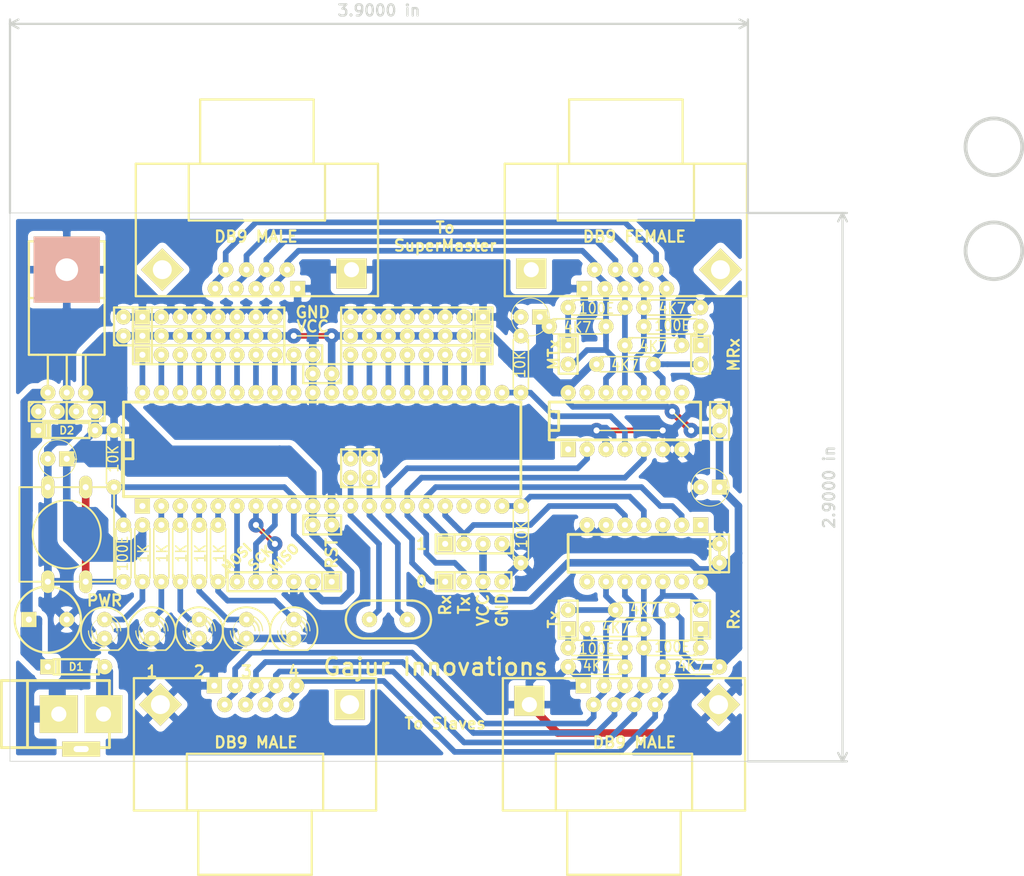
<source format=kicad_pcb>
(kicad_pcb (version 3) (host pcbnew "(2013-05-18 BZR 4017)-stable")
  (layers (15 F.Cu signal) (0 B.Cu signal) (19 F.Paste user) (21 F.SilkS user) (23 F.Mask user) (28 Edge.Cuts user))
  (net 0 "")
  (net 1 /MISO)
  (net 2 /MOSI)
  (net 3 /R0_M)
  (net 4 /R0_S)
  (net 5 /R1_M)
  (net 6 /R1_S)
  (net 7 /RST)
  (net 8 /RTS_M)
  (net 9 /RTS_S)
  (net 10 /RX_M)
  (net 11 /RX_S)
  (net 12 /SCK)
  (net 13 /T0_M)
  (net 14 /T0_S)
  (net 15 /T1_M)
  (net 16 /T1_S)
  (net 17 /TX_M)
  (net 18 /TX_S)
  (net 19 GND)
  (net 20 N-000001)
  (net 21 N-0000010)
  (net 22 N-0000011)
  (net 23 N-0000012)
  (net 24 N-0000014)
  (net 25 N-0000015)
  (net 26 N-0000016)
  (net 27 N-0000017)
  (net 28 N-0000018)
  (net 29 N-0000019)
  (net 30 N-000002)
  (net 31 N-0000020)
  (net 32 N-0000021)
  (net 33 N-0000022)
  (net 34 N-000003)
  (net 35 N-0000038)
  (net 36 N-0000039)
  (net 37 N-0000040)
  (net 38 N-0000041)
  (net 39 N-0000042)
  (net 40 N-0000043)
  (net 41 N-0000045)
  (net 42 N-0000046)
  (net 43 N-000005)
  (net 44 N-0000050)
  (net 45 N-0000051)
  (net 46 N-0000052)
  (net 47 N-0000054)
  (net 48 N-0000055)
  (net 49 N-0000056)
  (net 50 N-0000059)
  (net 51 N-000006)
  (net 52 N-000007)
  (net 53 N-000008)
  (net 54 N-000009)
  (net 55 VCC)
  (module SIL-8 (layer F.Cu) (at 223.52 195.58)
    (fp_text reference P2 hide)
    (fp_text value CONN_8 hide)
    (pad 1 thru_hole rect (at -8.89 0) (size 2.032 2.032) (drill 0.8128) (layers *.Cu *.Mask F.SilkS) (net 32 N-0000021))
    (pad 2 thru_hole circle (at -6.35 0) (size 2.032 2.032) (drill 0.8128) (layers *.Cu *.Mask F.SilkS) (net 33 N-0000022))
    (pad 3 thru_hole circle (at -3.81 0) (size 2.032 2.032) (drill 0.8128) (layers *.Cu *.Mask F.SilkS) (net 26 N-0000016))
    (pad 4 thru_hole circle (at -1.27 0) (size 2.032 2.032) (drill 0.8128) (layers *.Cu *.Mask F.SilkS) (net 25 N-0000015))
    (pad 5 thru_hole circle (at 1.27 0) (size 2.032 2.032) (drill 0.8128) (layers *.Cu *.Mask F.SilkS) (net 27 N-0000017))
    (pad 6 thru_hole circle (at 3.81 0) (size 2.032 2.032) (drill 0.8128) (layers *.Cu *.Mask F.SilkS) (net 28 N-0000018))
    (pad 7 thru_hole circle (at 6.35 0) (size 2.032 2.032) (drill 0.8128) (layers *.Cu *.Mask F.SilkS) (net 29 N-0000019))
    (pad 8 thru_hole circle (at 8.89 0) (size 2.032 2.032) (drill 0.8128) (layers *.Cu *.Mask F.SilkS) (net 31 N-0000020))
  )
  (module SIL-8 (layer F.Cu) (at 223.52 193.04)
    (fp_text reference P4 hide)
    (fp_text value CONN_8 hide)
    (pad 1 thru_hole rect (at -8.89 0) (size 2.032 2.032) (drill 0.8128) (layers *.Cu *.Mask F.SilkS) (net 55 VCC))
    (pad 2 thru_hole circle (at -6.35 0) (size 2.032 2.032) (drill 0.8128) (layers *.Cu *.Mask F.SilkS) (net 55 VCC))
    (pad 3 thru_hole circle (at -3.81 0) (size 2.032 2.032) (drill 0.8128) (layers *.Cu *.Mask F.SilkS) (net 55 VCC))
    (pad 4 thru_hole circle (at -1.27 0) (size 2.032 2.032) (drill 0.8128) (layers *.Cu *.Mask F.SilkS) (net 55 VCC))
    (pad 5 thru_hole circle (at 1.27 0) (size 2.032 2.032) (drill 0.8128) (layers *.Cu *.Mask F.SilkS) (net 55 VCC))
    (pad 6 thru_hole circle (at 3.81 0) (size 2.032 2.032) (drill 0.8128) (layers *.Cu *.Mask F.SilkS) (net 55 VCC))
    (pad 7 thru_hole circle (at 6.35 0) (size 2.032 2.032) (drill 0.8128) (layers *.Cu *.Mask F.SilkS) (net 55 VCC))
    (pad 8 thru_hole circle (at 8.89 0) (size 2.032 2.032) (drill 0.8128) (layers *.Cu *.Mask F.SilkS) (net 55 VCC))
  )
  (module SIL-8 (layer F.Cu) (at 223.52 190.5)
    (fp_text reference P6 hide)
    (fp_text value CONN_8 hide)
    (pad 1 thru_hole rect (at -8.89 0) (size 2.032 2.032) (drill 0.8128) (layers *.Cu *.Mask F.SilkS) (net 19 GND))
    (pad 2 thru_hole circle (at -6.35 0) (size 2.032 2.032) (drill 0.8128) (layers *.Cu *.Mask F.SilkS) (net 19 GND))
    (pad 3 thru_hole circle (at -3.81 0) (size 2.032 2.032) (drill 0.8128) (layers *.Cu *.Mask F.SilkS) (net 19 GND))
    (pad 4 thru_hole circle (at -1.27 0) (size 2.032 2.032) (drill 0.8128) (layers *.Cu *.Mask F.SilkS) (net 19 GND))
    (pad 5 thru_hole circle (at 1.27 0) (size 2.032 2.032) (drill 0.8128) (layers *.Cu *.Mask F.SilkS) (net 19 GND))
    (pad 6 thru_hole circle (at 3.81 0) (size 2.032 2.032) (drill 0.8128) (layers *.Cu *.Mask F.SilkS) (net 19 GND))
    (pad 7 thru_hole circle (at 6.35 0) (size 2.032 2.032) (drill 0.8128) (layers *.Cu *.Mask F.SilkS) (net 19 GND))
    (pad 8 thru_hole circle (at 8.89 0) (size 2.032 2.032) (drill 0.8128) (layers *.Cu *.Mask F.SilkS) (net 19 GND))
  )
  (module SIL-8 (layer F.Cu) (at 251.46 195.58 180)
    (fp_text reference P3 hide)
    (fp_text value CONN_8 hide)
    (pad 1 thru_hole rect (at -8.89 0 180) (size 2.032 2.032) (drill 0.8128) (layers *.Cu *.Mask F.SilkS) (net 43 N-000005))
    (pad 2 thru_hole circle (at -6.35 0 180) (size 2.032 2.032) (drill 0.8128) (layers *.Cu *.Mask F.SilkS) (net 51 N-000006))
    (pad 3 thru_hole circle (at -3.81 0 180) (size 2.032 2.032) (drill 0.8128) (layers *.Cu *.Mask F.SilkS) (net 52 N-000007))
    (pad 4 thru_hole circle (at -1.27 0 180) (size 2.032 2.032) (drill 0.8128) (layers *.Cu *.Mask F.SilkS) (net 53 N-000008))
    (pad 5 thru_hole circle (at 1.27 0 180) (size 2.032 2.032) (drill 0.8128) (layers *.Cu *.Mask F.SilkS) (net 54 N-000009))
    (pad 6 thru_hole circle (at 3.81 0 180) (size 2.032 2.032) (drill 0.8128) (layers *.Cu *.Mask F.SilkS) (net 21 N-0000010))
    (pad 7 thru_hole circle (at 6.35 0 180) (size 2.032 2.032) (drill 0.8128) (layers *.Cu *.Mask F.SilkS) (net 22 N-0000011))
    (pad 8 thru_hole circle (at 8.89 0 180) (size 2.032 2.032) (drill 0.8128) (layers *.Cu *.Mask F.SilkS) (net 23 N-0000012))
  )
  (module SIL-8 (layer F.Cu) (at 251.46 193.04 180)
    (fp_text reference P5 hide)
    (fp_text value CONN_8 hide)
    (pad 1 thru_hole rect (at -8.89 0 180) (size 2.032 2.032) (drill 0.8128) (layers *.Cu *.Mask F.SilkS) (net 55 VCC))
    (pad 2 thru_hole circle (at -6.35 0 180) (size 2.032 2.032) (drill 0.8128) (layers *.Cu *.Mask F.SilkS) (net 55 VCC))
    (pad 3 thru_hole circle (at -3.81 0 180) (size 2.032 2.032) (drill 0.8128) (layers *.Cu *.Mask F.SilkS) (net 55 VCC))
    (pad 4 thru_hole circle (at -1.27 0 180) (size 2.032 2.032) (drill 0.8128) (layers *.Cu *.Mask F.SilkS) (net 55 VCC))
    (pad 5 thru_hole circle (at 1.27 0 180) (size 2.032 2.032) (drill 0.8128) (layers *.Cu *.Mask F.SilkS) (net 55 VCC))
    (pad 6 thru_hole circle (at 3.81 0 180) (size 2.032 2.032) (drill 0.8128) (layers *.Cu *.Mask F.SilkS) (net 55 VCC))
    (pad 7 thru_hole circle (at 6.35 0 180) (size 2.032 2.032) (drill 0.8128) (layers *.Cu *.Mask F.SilkS) (net 55 VCC))
    (pad 8 thru_hole circle (at 8.89 0 180) (size 2.032 2.032) (drill 0.8128) (layers *.Cu *.Mask F.SilkS) (net 55 VCC))
  )
  (module SIL-8 (layer F.Cu) (at 251.46 190.5 180)
    (fp_text reference P7 hide)
    (fp_text value CONN_8 hide)
    (pad 1 thru_hole rect (at -8.89 0 180) (size 2.032 2.032) (drill 0.8128) (layers *.Cu *.Mask F.SilkS) (net 19 GND))
    (pad 2 thru_hole circle (at -6.35 0 180) (size 2.032 2.032) (drill 0.8128) (layers *.Cu *.Mask F.SilkS) (net 19 GND))
    (pad 3 thru_hole circle (at -3.81 0 180) (size 2.032 2.032) (drill 0.8128) (layers *.Cu *.Mask F.SilkS) (net 19 GND))
    (pad 4 thru_hole circle (at -1.27 0 180) (size 2.032 2.032) (drill 0.8128) (layers *.Cu *.Mask F.SilkS) (net 19 GND))
    (pad 5 thru_hole circle (at 1.27 0 180) (size 2.032 2.032) (drill 0.8128) (layers *.Cu *.Mask F.SilkS) (net 19 GND))
    (pad 6 thru_hole circle (at 3.81 0 180) (size 2.032 2.032) (drill 0.8128) (layers *.Cu *.Mask F.SilkS) (net 19 GND))
    (pad 7 thru_hole circle (at 6.35 0 180) (size 2.032 2.032) (drill 0.8128) (layers *.Cu *.Mask F.SilkS) (net 19 GND))
    (pad 8 thru_hole circle (at 8.89 0 180) (size 2.032 2.032) (drill 0.8128) (layers *.Cu *.Mask F.SilkS) (net 19 GND))
  )
  (module SIL-6 (layer F.Cu) (at 233.68 226.06 180)
    (fp_text reference P1 hide)
    (fp_text value CONN_6 hide)
    (pad 1 thru_hole rect (at -6.35 0 180) (size 2.032 2.032) (drill 0.8128) (layers *.Cu *.Mask F.SilkS) (net 7 /RST))
    (pad 2 thru_hole circle (at -3.81 0 180) (size 2.032 2.032) (drill 0.8128) (layers *.Cu *.Mask F.SilkS) (net 55 VCC))
    (pad 3 thru_hole circle (at -1.27 0 180) (size 2.032 2.032) (drill 0.8128) (layers *.Cu *.Mask F.SilkS) (net 19 GND))
    (pad 4 thru_hole circle (at 1.27 0 180) (size 2.032 2.032) (drill 0.8128) (layers *.Cu *.Mask F.SilkS) (net 1 /MISO))
    (pad 5 thru_hole circle (at 3.81 0 180) (size 2.032 2.032) (drill 0.8128) (layers *.Cu *.Mask F.SilkS) (net 12 /SCK))
    (pad 6 thru_hole circle (at 6.35 0 180) (size 2.032 2.032) (drill 0.8128) (layers *.Cu *.Mask F.SilkS) (net 2 /MOSI))
  )
  (module SIL-4 (layer F.Cu) (at 259.08 220.98)
    (fp_text reference P9 hide)
    (fp_text value CONN_4 hide)
    (pad 1 thru_hole rect (at -3.81 0) (size 2.032 2.032) (drill 0.8128) (layers *.Cu *.Mask F.SilkS) (net 11 /RX_S))
    (pad 2 thru_hole circle (at -1.27 0) (size 2.032 2.032) (drill 0.8128) (layers *.Cu *.Mask F.SilkS) (net 18 /TX_S))
    (pad 3 thru_hole circle (at 1.27 0) (size 2.032 2.032) (drill 0.8128) (layers *.Cu *.Mask F.SilkS) (net 55 VCC))
    (pad 4 thru_hole circle (at 3.81 0) (size 2.032 2.032) (drill 0.8128) (layers *.Cu *.Mask F.SilkS) (net 19 GND))
  )
  (module SIL-4 (layer F.Cu) (at 259.08 226.06)
    (fp_text reference P8 hide)
    (fp_text value CONN_4 hide)
    (pad 1 thru_hole rect (at -3.81 0) (size 2.032 2.032) (drill 0.8128) (layers *.Cu *.Mask F.SilkS) (net 10 /RX_M))
    (pad 2 thru_hole circle (at -1.27 0) (size 2.032 2.032) (drill 0.8128) (layers *.Cu *.Mask F.SilkS) (net 17 /TX_M))
    (pad 3 thru_hole circle (at 1.27 0) (size 2.032 2.032) (drill 0.8128) (layers *.Cu *.Mask F.SilkS) (net 55 VCC))
    (pad 4 thru_hole circle (at 3.81 0) (size 2.032 2.032) (drill 0.8128) (layers *.Cu *.Mask F.SilkS) (net 19 GND))
  )
  (module SIL-2 (layer F.Cu) (at 271.78 195.58 270)
    (fp_text reference JP3 hide)
    (fp_text value JUMPER hide)
    (pad 1 thru_hole rect (at -1.27 0 270) (size 2.032 2.032) (drill 0.8128) (layers *.Cu *.Mask F.SilkS) (net 47 N-0000054))
    (pad 2 thru_hole circle (at 1.27 0 270) (size 2.032 2.032) (drill 0.8128) (layers *.Cu *.Mask F.SilkS) (net 15 /T1_M))
  )
  (module SIL-2 (layer F.Cu) (at 289.56 231.14 90)
    (fp_text reference JP2 hide)
    (fp_text value JUMPER hide)
    (pad 1 thru_hole rect (at -1.27 0 90) (size 2.032 2.032) (drill 0.8128) (layers *.Cu *.Mask F.SilkS) (net 46 N-0000052))
    (pad 2 thru_hole circle (at 1.27 0 90) (size 2.032 2.032) (drill 0.8128) (layers *.Cu *.Mask F.SilkS) (net 6 /R1_S))
  )
  (module SIL-2 (layer F.Cu) (at 289.56 195.58 270)
    (fp_text reference JP1 hide)
    (fp_text value JUMPER hide)
    (pad 1 thru_hole rect (at -1.27 0 270) (size 2.032 2.032) (drill 0.8128) (layers *.Cu *.Mask F.SilkS) (net 50 N-0000059))
    (pad 2 thru_hole circle (at 1.27 0 270) (size 2.032 2.032) (drill 0.8128) (layers *.Cu *.Mask F.SilkS) (net 5 /R1_M))
  )
  (module SIL-2 (layer F.Cu) (at 271.78 231.14 90)
    (fp_text reference JP4 hide)
    (fp_text value JUMPER hide)
    (pad 1 thru_hole rect (at -1.27 0 90) (size 2.032 2.032) (drill 0.8128) (layers *.Cu *.Mask F.SilkS) (net 48 N-0000055))
    (pad 2 thru_hole circle (at 1.27 0 90) (size 2.032 2.032) (drill 0.8128) (layers *.Cu *.Mask F.SilkS) (net 16 /T1_S))
  )
  (module R3 (layer F.Cu) (at 275.59 234.95)
    (fp_text reference R20 hide)
    (fp_text value 100E (at 0 0.127) (layer F.SilkS) (effects (font (size 1.397 1.27) (thickness 0.2032))))
    (pad 1 thru_hole circle (at -3.81 0) (size 2.032 2.032) (drill 0.8128) (layers *.Cu *.Mask F.SilkS) (net 48 N-0000055))
    (pad 2 thru_hole circle (at 3.81 0) (size 2.032 2.032) (drill 0.8128) (layers *.Cu *.Mask F.SilkS) (net 14 /T0_S))
  )
  (module R3 (layer F.Cu) (at 281.94 229.87 180)
    (fp_text reference R19 hide)
    (fp_text value 4K7 (at 0 0.127 180) (layer F.SilkS) (effects (font (size 1.397 1.27) (thickness 0.2032))))
    (pad 1 thru_hole circle (at -3.81 0 180) (size 2.032 2.032) (drill 0.8128) (layers *.Cu *.Mask F.SilkS) (net 55 VCC))
    (pad 2 thru_hole circle (at 3.81 0 180) (size 2.032 2.032) (drill 0.8128) (layers *.Cu *.Mask F.SilkS) (net 16 /T1_S))
  )
  (module R3 (layer F.Cu) (at 275.59 237.49 180)
    (fp_text reference R21 hide)
    (fp_text value 4K7 (at 0 0.127 180) (layer F.SilkS) (effects (font (size 1.397 1.27) (thickness 0.2032))))
    (pad 1 thru_hole circle (at -3.81 0 180) (size 2.032 2.032) (drill 0.8128) (layers *.Cu *.Mask F.SilkS) (net 14 /T0_S))
    (pad 2 thru_hole circle (at 3.81 0 180) (size 2.032 2.032) (drill 0.8128) (layers *.Cu *.Mask F.SilkS) (net 19 GND))
  )
  (module R3 (layer F.Cu) (at 285.75 234.95 180)
    (fp_text reference R14 hide)
    (fp_text value 100E (at 0 0.127 180) (layer F.SilkS) (effects (font (size 1.397 1.27) (thickness 0.2032))))
    (pad 1 thru_hole circle (at -3.81 0 180) (size 2.032 2.032) (drill 0.8128) (layers *.Cu *.Mask F.SilkS) (net 46 N-0000052))
    (pad 2 thru_hole circle (at 3.81 0 180) (size 2.032 2.032) (drill 0.8128) (layers *.Cu *.Mask F.SilkS) (net 4 /R0_S))
  )
  (module R3 (layer F.Cu) (at 222.25 222.25 90)
    (fp_text reference R6 hide)
    (fp_text value 1K (at 0 0.127 90) (layer F.SilkS) (effects (font (size 1.397 1.27) (thickness 0.2032))))
    (pad 1 thru_hole circle (at -3.81 0 90) (size 2.032 2.032) (drill 0.8128) (layers *.Cu *.Mask F.SilkS) (net 40 N-0000043))
    (pad 2 thru_hole circle (at 3.81 0 90) (size 2.032 2.032) (drill 0.8128) (layers *.Cu *.Mask F.SilkS) (net 30 N-000002))
  )
  (module R3 (layer F.Cu) (at 224.79 222.25 90)
    (fp_text reference R7 hide)
    (fp_text value 1K (at 0 0.127 90) (layer F.SilkS) (effects (font (size 1.397 1.27) (thickness 0.2032))))
    (pad 1 thru_hole circle (at -3.81 0 90) (size 2.032 2.032) (drill 0.8128) (layers *.Cu *.Mask F.SilkS) (net 38 N-0000041))
    (pad 2 thru_hole circle (at 3.81 0 90) (size 2.032 2.032) (drill 0.8128) (layers *.Cu *.Mask F.SilkS) (net 20 N-000001))
  )
  (module R3 (layer F.Cu) (at 288.29 237.49 180)
    (fp_text reference R13 hide)
    (fp_text value 4K7 (at 0 0.127 180) (layer F.SilkS) (effects (font (size 1.397 1.27) (thickness 0.2032))))
    (pad 1 thru_hole circle (at -3.81 0 180) (size 2.032 2.032) (drill 0.8128) (layers *.Cu *.Mask F.SilkS) (net 55 VCC))
    (pad 2 thru_hole circle (at 3.81 0 180) (size 2.032 2.032) (drill 0.8128) (layers *.Cu *.Mask F.SilkS) (net 6 /R1_S))
  )
  (module R3 (layer F.Cu) (at 278.13 232.41 180)
    (fp_text reference R15 hide)
    (fp_text value 4K7 (at 0 0.127 180) (layer F.SilkS) (effects (font (size 1.397 1.27) (thickness 0.2032))))
    (pad 1 thru_hole circle (at -3.81 0 180) (size 2.032 2.032) (drill 0.8128) (layers *.Cu *.Mask F.SilkS) (net 4 /R0_S))
    (pad 2 thru_hole circle (at 3.81 0 180) (size 2.032 2.032) (drill 0.8128) (layers *.Cu *.Mask F.SilkS) (net 19 GND))
  )
  (module R3 (layer F.Cu) (at 273.05 191.77)
    (fp_text reference R16 hide)
    (fp_text value 4K7 (at 0 0.127) (layer F.SilkS) (effects (font (size 1.397 1.27) (thickness 0.2032))))
    (pad 1 thru_hole circle (at -3.81 0) (size 2.032 2.032) (drill 0.8128) (layers *.Cu *.Mask F.SilkS) (net 55 VCC))
    (pad 2 thru_hole circle (at 3.81 0) (size 2.032 2.032) (drill 0.8128) (layers *.Cu *.Mask F.SilkS) (net 15 /T1_M))
  )
  (module R3 (layer F.Cu) (at 275.59 189.23)
    (fp_text reference R17 hide)
    (fp_text value 100E (at 0 0.127) (layer F.SilkS) (effects (font (size 1.397 1.27) (thickness 0.2032))))
    (pad 1 thru_hole circle (at -3.81 0) (size 2.032 2.032) (drill 0.8128) (layers *.Cu *.Mask F.SilkS) (net 47 N-0000054))
    (pad 2 thru_hole circle (at 3.81 0) (size 2.032 2.032) (drill 0.8128) (layers *.Cu *.Mask F.SilkS) (net 13 /T0_M))
  )
  (module R3 (layer F.Cu) (at 210.82 209.55 270)
    (fp_text reference R2 hide)
    (fp_text value 10K (at 0 0.127 270) (layer F.SilkS) (effects (font (size 1.397 1.27) (thickness 0.2032))))
    (pad 1 thru_hole circle (at -3.81 0 270) (size 2.032 2.032) (drill 0.8128) (layers *.Cu *.Mask F.SilkS) (net 55 VCC))
    (pad 2 thru_hole circle (at 3.81 0 270) (size 2.032 2.032) (drill 0.8128) (layers *.Cu *.Mask F.SilkS) (net 7 /RST))
  )
  (module R3 (layer F.Cu) (at 212.09 222.25 270)
    (fp_text reference R1 hide)
    (fp_text value 100E (at 0 0.127 270) (layer F.SilkS) (effects (font (size 1.397 1.27) (thickness 0.2032))))
    (pad 1 thru_hole circle (at -3.81 0 270) (size 2.032 2.032) (drill 0.8128) (layers *.Cu *.Mask F.SilkS) (net 7 /RST))
    (pad 2 thru_hole circle (at 3.81 0 270) (size 2.032 2.032) (drill 0.8128) (layers *.Cu *.Mask F.SilkS) (net 41 N-0000045))
  )
  (module R3 (layer F.Cu) (at 214.63 222.25 90)
    (fp_text reference R3 hide)
    (fp_text value 1K (at 0 0.127 90) (layer F.SilkS) (effects (font (size 1.397 1.27) (thickness 0.2032))))
    (pad 1 thru_hole circle (at -3.81 0 90) (size 2.032 2.032) (drill 0.8128) (layers *.Cu *.Mask F.SilkS) (net 34 N-000003))
    (pad 2 thru_hole circle (at 3.81 0 90) (size 2.032 2.032) (drill 0.8128) (layers *.Cu *.Mask F.SilkS) (net 55 VCC))
  )
  (module R3 (layer F.Cu) (at 217.17 222.25 90)
    (fp_text reference R4 hide)
    (fp_text value 1K (at 0 0.127 90) (layer F.SilkS) (effects (font (size 1.397 1.27) (thickness 0.2032))))
    (pad 1 thru_hole circle (at -3.81 0 90) (size 2.032 2.032) (drill 0.8128) (layers *.Cu *.Mask F.SilkS) (net 39 N-0000042))
    (pad 2 thru_hole circle (at 3.81 0 90) (size 2.032 2.032) (drill 0.8128) (layers *.Cu *.Mask F.SilkS) (net 35 N-0000038))
  )
  (module R3 (layer F.Cu) (at 219.71 222.25 90)
    (fp_text reference R5 hide)
    (fp_text value 1K (at 0 0.127 90) (layer F.SilkS) (effects (font (size 1.397 1.27) (thickness 0.2032))))
    (pad 1 thru_hole circle (at -3.81 0 90) (size 2.032 2.032) (drill 0.8128) (layers *.Cu *.Mask F.SilkS) (net 37 N-0000040))
    (pad 2 thru_hole circle (at 3.81 0 90) (size 2.032 2.032) (drill 0.8128) (layers *.Cu *.Mask F.SilkS) (net 36 N-0000039))
  )
  (module R3 (layer F.Cu) (at 265.43 196.85 270)
    (fp_text reference R8 hide)
    (fp_text value 10K (at 0 0.127 270) (layer F.SilkS) (effects (font (size 1.397 1.27) (thickness 0.2032))))
    (pad 1 thru_hole circle (at -3.81 0 270) (size 2.032 2.032) (drill 0.8128) (layers *.Cu *.Mask F.SilkS) (net 19 GND))
    (pad 2 thru_hole circle (at 3.81 0 270) (size 2.032 2.032) (drill 0.8128) (layers *.Cu *.Mask F.SilkS) (net 8 /RTS_M))
  )
  (module R3 (layer F.Cu) (at 265.43 219.71 90)
    (fp_text reference R9 hide)
    (fp_text value 10K (at 0 0.127 90) (layer F.SilkS) (effects (font (size 1.397 1.27) (thickness 0.2032))))
    (pad 1 thru_hole circle (at -3.81 0 90) (size 2.032 2.032) (drill 0.8128) (layers *.Cu *.Mask F.SilkS) (net 19 GND))
    (pad 2 thru_hole circle (at 3.81 0 90) (size 2.032 2.032) (drill 0.8128) (layers *.Cu *.Mask F.SilkS) (net 9 /RTS_S))
  )
  (module R3 (layer F.Cu) (at 285.75 189.23)
    (fp_text reference R12 hide)
    (fp_text value 4K7 (at 0 0.127) (layer F.SilkS) (effects (font (size 1.397 1.27) (thickness 0.2032))))
    (pad 1 thru_hole circle (at -3.81 0) (size 2.032 2.032) (drill 0.8128) (layers *.Cu *.Mask F.SilkS) (net 3 /R0_M))
    (pad 2 thru_hole circle (at 3.81 0) (size 2.032 2.032) (drill 0.8128) (layers *.Cu *.Mask F.SilkS) (net 19 GND))
  )
  (module R3 (layer F.Cu) (at 279.4 196.85)
    (fp_text reference R10 hide)
    (fp_text value 4K7 (at 0 0.127) (layer F.SilkS) (effects (font (size 1.397 1.27) (thickness 0.2032))))
    (pad 1 thru_hole circle (at -3.81 0) (size 2.032 2.032) (drill 0.8128) (layers *.Cu *.Mask F.SilkS) (net 55 VCC))
    (pad 2 thru_hole circle (at 3.81 0) (size 2.032 2.032) (drill 0.8128) (layers *.Cu *.Mask F.SilkS) (net 5 /R1_M))
  )
  (module R3 (layer F.Cu) (at 285.75 191.77 180)
    (fp_text reference R11 hide)
    (fp_text value 100E (at 0 0.127 180) (layer F.SilkS) (effects (font (size 1.397 1.27) (thickness 0.2032))))
    (pad 1 thru_hole circle (at -3.81 0 180) (size 2.032 2.032) (drill 0.8128) (layers *.Cu *.Mask F.SilkS) (net 50 N-0000059))
    (pad 2 thru_hole circle (at 3.81 0 180) (size 2.032 2.032) (drill 0.8128) (layers *.Cu *.Mask F.SilkS) (net 3 /R0_M))
  )
  (module R3 (layer F.Cu) (at 283.21 194.31)
    (fp_text reference R18 hide)
    (fp_text value 4K7 (at 0 0.127) (layer F.SilkS) (effects (font (size 1.397 1.27) (thickness 0.2032))))
    (pad 1 thru_hole circle (at -3.81 0) (size 2.032 2.032) (drill 0.8128) (layers *.Cu *.Mask F.SilkS) (net 13 /T0_M))
    (pad 2 thru_hole circle (at 3.81 0) (size 2.032 2.032) (drill 0.8128) (layers *.Cu *.Mask F.SilkS) (net 19 GND))
  )
  (module LED-5MM (layer F.Cu) (at 228.6 232.41 270)
    (fp_text reference D6 hide)
    (fp_text value LED hide)
    (pad 1 thru_hole circle (at -1.27 0 270) (size 2.032 2.032) (drill 0.8128) (layers *.Cu *.Mask F.SilkS) (net 40 N-0000043))
    (pad 2 thru_hole circle (at 1.27 0 270) (size 2.032 2.032) (drill 0.8128) (layers *.Cu *.Mask F.SilkS) (net 19 GND))
  )
  (module LED-5MM (layer F.Cu) (at 209.55 232.41 270)
    (fp_text reference D3 hide)
    (fp_text value LED hide)
    (pad 1 thru_hole circle (at -1.27 0 270) (size 2.032 2.032) (drill 0.8128) (layers *.Cu *.Mask F.SilkS) (net 34 N-000003))
    (pad 2 thru_hole circle (at 1.27 0 270) (size 2.032 2.032) (drill 0.8128) (layers *.Cu *.Mask F.SilkS) (net 19 GND))
  )
  (module LED-5MM (layer F.Cu) (at 215.9 232.41 270)
    (fp_text reference D4 hide)
    (fp_text value LED hide)
    (pad 1 thru_hole circle (at -1.27 0 270) (size 2.032 2.032) (drill 0.8128) (layers *.Cu *.Mask F.SilkS) (net 39 N-0000042))
    (pad 2 thru_hole circle (at 1.27 0 270) (size 2.032 2.032) (drill 0.8128) (layers *.Cu *.Mask F.SilkS) (net 19 GND))
  )
  (module LED-5MM (layer F.Cu) (at 222.25 232.41 270)
    (fp_text reference D5 hide)
    (fp_text value LED hide)
    (pad 1 thru_hole circle (at -1.27 0 270) (size 2.032 2.032) (drill 0.8128) (layers *.Cu *.Mask F.SilkS) (net 37 N-0000040))
    (pad 2 thru_hole circle (at 1.27 0 270) (size 2.032 2.032) (drill 0.8128) (layers *.Cu *.Mask F.SilkS) (net 19 GND))
  )
  (module LED-5MM (layer F.Cu) (at 234.95 232.41 270)
    (fp_text reference D7 hide)
    (fp_text value LED hide)
    (pad 1 thru_hole circle (at -1.27 0 270) (size 2.032 2.032) (drill 0.8128) (layers *.Cu *.Mask F.SilkS) (net 38 N-0000041))
    (pad 2 thru_hole circle (at 1.27 0 270) (size 2.032 2.032) (drill 0.8128) (layers *.Cu *.Mask F.SilkS) (net 19 GND))
  )
  (module HC-49V (layer F.Cu) (at 247.65 231.14)
    (fp_text reference X1 hide)
    (fp_text value "" (at 0 3.81) (layer F.SilkS) (effects (font (size 1.524 1.524) (thickness 0.3048))))
    (pad 1 thru_hole circle (at -2.54 0) (size 2.032 2.032) (drill 0.8128) (layers *.Cu *.Mask F.SilkS) (net 45 N-0000051))
    (pad 2 thru_hole circle (at 2.54 0) (size 2.032 2.032) (drill 0.8128) (layers *.Cu *.Mask F.SilkS) (net 44 N-0000050))
  )
  (module DIP-40__600 (layer F.Cu) (at 238.76 208.28)
    (fp_text reference IC1 hide)
    (fp_text value ATMEGA1284-P hide)
    (pad 1 thru_hole rect (at -24.13 7.62) (size 2.032 2.032) (drill 0.8128) (layers *.Cu *.Mask F.SilkS))
    (pad 2 thru_hole circle (at -21.59 7.62) (size 2.032 2.032) (drill 0.8128) (layers *.Cu *.Mask F.SilkS) (net 35 N-0000038))
    (pad 3 thru_hole circle (at -19.05 7.62) (size 2.032 2.032) (drill 0.8128) (layers *.Cu *.Mask F.SilkS) (net 36 N-0000039))
    (pad 4 thru_hole circle (at -16.51 7.62) (size 2.032 2.032) (drill 0.8128) (layers *.Cu *.Mask F.SilkS) (net 30 N-000002))
    (pad 5 thru_hole circle (at -13.97 7.62) (size 2.032 2.032) (drill 0.8128) (layers *.Cu *.Mask F.SilkS) (net 20 N-000001))
    (pad 6 thru_hole circle (at -11.43 7.62) (size 2.032 2.032) (drill 0.8128) (layers *.Cu *.Mask F.SilkS) (net 2 /MOSI))
    (pad 7 thru_hole circle (at -8.89 7.62) (size 2.032 2.032) (drill 0.8128) (layers *.Cu *.Mask F.SilkS) (net 1 /MISO))
    (pad 8 thru_hole circle (at -6.35 7.62) (size 2.032 2.032) (drill 0.8128) (layers *.Cu *.Mask F.SilkS) (net 12 /SCK))
    (pad 9 thru_hole circle (at -3.81 7.62) (size 2.032 2.032) (drill 0.8128) (layers *.Cu *.Mask F.SilkS) (net 7 /RST))
    (pad 10 thru_hole circle (at -1.27 7.62) (size 2.032 2.032) (drill 0.8128) (layers *.Cu *.Mask F.SilkS) (net 55 VCC))
    (pad 11 thru_hole circle (at 1.27 7.62) (size 2.032 2.032) (drill 0.8128) (layers *.Cu *.Mask F.SilkS) (net 19 GND))
    (pad 12 thru_hole circle (at 3.81 7.62) (size 2.032 2.032) (drill 0.8128) (layers *.Cu *.Mask F.SilkS) (net 45 N-0000051))
    (pad 13 thru_hole circle (at 6.35 7.62) (size 2.032 2.032) (drill 0.8128) (layers *.Cu *.Mask F.SilkS) (net 44 N-0000050))
    (pad 14 thru_hole circle (at 8.89 7.62) (size 2.032 2.032) (drill 0.8128) (layers *.Cu *.Mask F.SilkS) (net 10 /RX_M))
    (pad 15 thru_hole circle (at 11.43 7.62) (size 2.032 2.032) (drill 0.8128) (layers *.Cu *.Mask F.SilkS) (net 17 /TX_M))
    (pad 16 thru_hole circle (at 13.97 7.62) (size 2.032 2.032) (drill 0.8128) (layers *.Cu *.Mask F.SilkS) (net 11 /RX_S))
    (pad 17 thru_hole circle (at 16.51 7.62) (size 2.032 2.032) (drill 0.8128) (layers *.Cu *.Mask F.SilkS) (net 18 /TX_S))
    (pad 18 thru_hole circle (at 19.05 7.62) (size 2.032 2.032) (drill 0.8128) (layers *.Cu *.Mask F.SilkS))
    (pad 19 thru_hole circle (at 21.59 7.62) (size 2.032 2.032) (drill 0.8128) (layers *.Cu *.Mask F.SilkS))
    (pad 20 thru_hole circle (at 24.13 7.62) (size 2.032 2.032) (drill 0.8128) (layers *.Cu *.Mask F.SilkS) (net 9 /RTS_S))
    (pad 21 thru_hole circle (at 24.13 -7.62) (size 2.032 2.032) (drill 0.8128) (layers *.Cu *.Mask F.SilkS) (net 8 /RTS_M))
    (pad 22 thru_hole circle (at 21.59 -7.62) (size 2.032 2.032) (drill 0.8128) (layers *.Cu *.Mask F.SilkS) (net 43 N-000005))
    (pad 23 thru_hole circle (at 19.05 -7.62) (size 2.032 2.032) (drill 0.8128) (layers *.Cu *.Mask F.SilkS) (net 51 N-000006))
    (pad 24 thru_hole circle (at 16.51 -7.62) (size 2.032 2.032) (drill 0.8128) (layers *.Cu *.Mask F.SilkS) (net 52 N-000007))
    (pad 25 thru_hole circle (at 13.97 -7.62) (size 2.032 2.032) (drill 0.8128) (layers *.Cu *.Mask F.SilkS) (net 53 N-000008))
    (pad 26 thru_hole circle (at 11.43 -7.62) (size 2.032 2.032) (drill 0.8128) (layers *.Cu *.Mask F.SilkS) (net 54 N-000009))
    (pad 27 thru_hole circle (at 8.89 -7.62) (size 2.032 2.032) (drill 0.8128) (layers *.Cu *.Mask F.SilkS) (net 21 N-0000010))
    (pad 28 thru_hole circle (at 6.35 -7.62) (size 2.032 2.032) (drill 0.8128) (layers *.Cu *.Mask F.SilkS) (net 22 N-0000011))
    (pad 29 thru_hole circle (at 3.81 -7.62) (size 2.032 2.032) (drill 0.8128) (layers *.Cu *.Mask F.SilkS) (net 23 N-0000012))
    (pad 30 thru_hole circle (at 1.27 -7.62) (size 2.032 2.032) (drill 0.8128) (layers *.Cu *.Mask F.SilkS) (net 55 VCC))
    (pad 31 thru_hole circle (at -1.27 -7.62) (size 2.032 2.032) (drill 0.8128) (layers *.Cu *.Mask F.SilkS) (net 19 GND))
    (pad 32 thru_hole circle (at -3.81 -7.62) (size 2.032 2.032) (drill 0.8128) (layers *.Cu *.Mask F.SilkS) (net 42 N-0000046))
    (pad 33 thru_hole circle (at -6.35 -7.62) (size 2.032 2.032) (drill 0.8128) (layers *.Cu *.Mask F.SilkS) (net 31 N-0000020))
    (pad 34 thru_hole circle (at -8.89 -7.62) (size 2.032 2.032) (drill 0.8128) (layers *.Cu *.Mask F.SilkS) (net 29 N-0000019))
    (pad 35 thru_hole circle (at -11.43 -7.62) (size 2.032 2.032) (drill 0.8128) (layers *.Cu *.Mask F.SilkS) (net 28 N-0000018))
    (pad 36 thru_hole circle (at -13.97 -7.62) (size 2.032 2.032) (drill 0.8128) (layers *.Cu *.Mask F.SilkS) (net 27 N-0000017))
    (pad 37 thru_hole circle (at -16.51 -7.62) (size 2.032 2.032) (drill 0.8128) (layers *.Cu *.Mask F.SilkS) (net 25 N-0000015))
    (pad 38 thru_hole circle (at -19.05 -7.62) (size 2.032 2.032) (drill 0.8128) (layers *.Cu *.Mask F.SilkS) (net 26 N-0000016))
    (pad 39 thru_hole circle (at -21.59 -7.62) (size 2.032 2.032) (drill 0.8128) (layers *.Cu *.Mask F.SilkS) (net 33 N-0000022))
    (pad 40 thru_hole circle (at -24.13 -7.62) (size 2.032 2.032) (drill 0.8128) (layers *.Cu *.Mask F.SilkS) (net 32 N-0000021))
  )
  (module DIP-14__300 (layer F.Cu) (at 279.4 204.47)
    (fp_text reference U2 hide)
    (fp_text value MAX13080E hide)
    (pad 1 thru_hole rect (at -7.62 3.81) (size 2.032 2.032) (drill 0.8128) (layers *.Cu *.Mask F.SilkS))
    (pad 2 thru_hole circle (at -5.08 3.81) (size 2.032 2.032) (drill 0.8128) (layers *.Cu *.Mask F.SilkS) (net 10 /RX_M))
    (pad 3 thru_hole circle (at -2.54 3.81) (size 2.032 2.032) (drill 0.8128) (layers *.Cu *.Mask F.SilkS) (net 19 GND))
    (pad 4 thru_hole circle (at 0 3.81) (size 2.032 2.032) (drill 0.8128) (layers *.Cu *.Mask F.SilkS) (net 8 /RTS_M))
    (pad 5 thru_hole circle (at 2.54 3.81) (size 2.032 2.032) (drill 0.8128) (layers *.Cu *.Mask F.SilkS) (net 17 /TX_M))
    (pad 6 thru_hole circle (at 5.08 3.81) (size 2.032 2.032) (drill 0.8128) (layers *.Cu *.Mask F.SilkS) (net 19 GND))
    (pad 7 thru_hole circle (at 7.62 3.81) (size 2.032 2.032) (drill 0.8128) (layers *.Cu *.Mask F.SilkS) (net 19 GND))
    (pad 8 thru_hole circle (at 7.62 -3.81) (size 2.032 2.032) (drill 0.8128) (layers *.Cu *.Mask F.SilkS))
    (pad 9 thru_hole circle (at 5.08 -3.81) (size 2.032 2.032) (drill 0.8128) (layers *.Cu *.Mask F.SilkS) (net 5 /R1_M))
    (pad 10 thru_hole circle (at 2.54 -3.81) (size 2.032 2.032) (drill 0.8128) (layers *.Cu *.Mask F.SilkS) (net 3 /R0_M))
    (pad 11 thru_hole circle (at 0 -3.81) (size 2.032 2.032) (drill 0.8128) (layers *.Cu *.Mask F.SilkS) (net 13 /T0_M))
    (pad 12 thru_hole circle (at -2.54 -3.81) (size 2.032 2.032) (drill 0.8128) (layers *.Cu *.Mask F.SilkS) (net 15 /T1_M))
    (pad 13 thru_hole circle (at -5.08 -3.81) (size 2.032 2.032) (drill 0.8128) (layers *.Cu *.Mask F.SilkS))
    (pad 14 thru_hole circle (at -7.62 -3.81) (size 2.032 2.032) (drill 0.8128) (layers *.Cu *.Mask F.SilkS) (net 55 VCC))
  )
  (module DIP-14__300 (layer F.Cu) (at 281.94 222.25 180)
    (fp_text reference U3 hide)
    (fp_text value MAX13080E hide)
    (pad 1 thru_hole rect (at -7.62 3.81 180) (size 2.032 2.032) (drill 0.8128) (layers *.Cu *.Mask F.SilkS))
    (pad 2 thru_hole circle (at -5.08 3.81 180) (size 2.032 2.032) (drill 0.8128) (layers *.Cu *.Mask F.SilkS) (net 11 /RX_S))
    (pad 3 thru_hole circle (at -2.54 3.81 180) (size 2.032 2.032) (drill 0.8128) (layers *.Cu *.Mask F.SilkS) (net 19 GND))
    (pad 4 thru_hole circle (at 0 3.81 180) (size 2.032 2.032) (drill 0.8128) (layers *.Cu *.Mask F.SilkS) (net 9 /RTS_S))
    (pad 5 thru_hole circle (at 2.54 3.81 180) (size 2.032 2.032) (drill 0.8128) (layers *.Cu *.Mask F.SilkS) (net 18 /TX_S))
    (pad 6 thru_hole circle (at 5.08 3.81 180) (size 2.032 2.032) (drill 0.8128) (layers *.Cu *.Mask F.SilkS) (net 19 GND))
    (pad 7 thru_hole circle (at 7.62 3.81 180) (size 2.032 2.032) (drill 0.8128) (layers *.Cu *.Mask F.SilkS) (net 19 GND))
    (pad 8 thru_hole circle (at 7.62 -3.81 180) (size 2.032 2.032) (drill 0.8128) (layers *.Cu *.Mask F.SilkS))
    (pad 9 thru_hole circle (at 5.08 -3.81 180) (size 2.032 2.032) (drill 0.8128) (layers *.Cu *.Mask F.SilkS) (net 16 /T1_S))
    (pad 10 thru_hole circle (at 2.54 -3.81 180) (size 2.032 2.032) (drill 0.8128) (layers *.Cu *.Mask F.SilkS) (net 14 /T0_S))
    (pad 11 thru_hole circle (at 0 -3.81 180) (size 2.032 2.032) (drill 0.8128) (layers *.Cu *.Mask F.SilkS) (net 4 /R0_S))
    (pad 12 thru_hole circle (at -2.54 -3.81 180) (size 2.032 2.032) (drill 0.8128) (layers *.Cu *.Mask F.SilkS) (net 6 /R1_S))
    (pad 13 thru_hole circle (at -5.08 -3.81 180) (size 2.032 2.032) (drill 0.8128) (layers *.Cu *.Mask F.SilkS))
    (pad 14 thru_hole circle (at -7.62 -3.81 180) (size 2.032 2.032) (drill 0.8128) (layers *.Cu *.Mask F.SilkS) (net 55 VCC))
  )
  (module DB9MC (layer F.Cu) (at 229.87 185.42)
    (fp_text reference J2 hide)
    (fp_text value DB9M hide)
    (pad 1 thru_hole trapezoid (at 12.827 -1.27) (size 4.064 4.064) (drill 2.032 (offset 0 0.508)) (layers *.Cu *.Mask F.SilkS) (net 19 GND))
    (pad "" thru_hole trapezoid (at -12.573 -1.27 45) (size 4.064 4.064) (drill 2.54) (layers *.Cu *.Mask F.SilkS))
    (pad 1 thru_hole rect (at 5.588 1.27) (size 2.032 2.032) (drill 0.8128) (layers *.Cu *.Mask F.SilkS) (net 19 GND))
    (pad 2 thru_hole circle (at 2.794 1.27) (size 2.032 2.032) (drill 0.8128) (layers *.Cu *.Mask F.SilkS) (net 15 /T1_M))
    (pad 3 thru_hole circle (at 0 1.27) (size 2.032 2.032) (drill 0.8128) (layers *.Cu *.Mask F.SilkS) (net 13 /T0_M))
    (pad 4 thru_hole circle (at -2.667 1.27) (size 2.032 2.032) (drill 0.8128) (layers *.Cu *.Mask F.SilkS) (net 3 /R0_M))
    (pad 5 thru_hole circle (at -5.461 1.27) (size 2.032 2.032) (drill 0.8128) (layers *.Cu *.Mask F.SilkS) (net 5 /R1_M))
    (pad 9 thru_hole circle (at -4.064 -1.27) (size 2.032 2.032) (drill 0.8128) (layers *.Cu *.Mask F.SilkS) (net 5 /R1_M))
    (pad 8 thru_hole circle (at -1.27 -1.27) (size 2.032 2.032) (drill 0.8128) (layers *.Cu *.Mask F.SilkS) (net 3 /R0_M))
    (pad 7 thru_hole circle (at 1.397 -1.27) (size 2.032 2.032) (drill 0.8128) (layers *.Cu *.Mask F.SilkS) (net 13 /T0_M))
    (pad 6 thru_hole circle (at 4.191 -1.27) (size 2.032 2.032) (drill 0.8128) (layers *.Cu *.Mask F.SilkS) (net 15 /T1_M))
  )
  (module DB9MC (layer F.Cu) (at 229.87 241.3 180)
    (fp_text reference J3 hide)
    (fp_text value DB9M hide)
    (pad 1 thru_hole trapezoid (at 12.827 -1.27 225) (size 4.064 4.064) (drill 2.54) (layers *.Cu *.Mask F.SilkS) (net 19 GND))
    (pad "" thru_hole trapezoid (at -12.573 -1.27 180) (size 4.064 4.064) (drill 2.54) (layers *.Cu *.Mask F.SilkS))
    (pad 1 thru_hole rect (at 5.588 1.27 180) (size 2.032 2.032) (drill 0.8128) (layers *.Cu *.Mask F.SilkS) (net 19 GND))
    (pad 2 thru_hole circle (at 2.794 1.27 180) (size 2.032 2.032) (drill 0.8128) (layers *.Cu *.Mask F.SilkS) (net 16 /T1_S))
    (pad 3 thru_hole circle (at 0 1.27 180) (size 2.032 2.032) (drill 0.8128) (layers *.Cu *.Mask F.SilkS) (net 14 /T0_S))
    (pad 4 thru_hole circle (at -2.667 1.27 180) (size 2.032 2.032) (drill 0.8128) (layers *.Cu *.Mask F.SilkS) (net 4 /R0_S))
    (pad 5 thru_hole circle (at -5.461 1.27 180) (size 2.032 2.032) (drill 0.8128) (layers *.Cu *.Mask F.SilkS) (net 6 /R1_S))
    (pad 9 thru_hole circle (at -4.064 -1.27 180) (size 2.032 2.032) (drill 0.8128) (layers *.Cu *.Mask F.SilkS) (net 6 /R1_S))
    (pad 8 thru_hole circle (at -1.27 -1.27 180) (size 2.032 2.032) (drill 0.8128) (layers *.Cu *.Mask F.SilkS) (net 4 /R0_S))
    (pad 7 thru_hole circle (at 1.397 -1.27 180) (size 2.032 2.032) (drill 0.8128) (layers *.Cu *.Mask F.SilkS) (net 14 /T0_S))
    (pad 6 thru_hole circle (at 4.191 -1.27 180) (size 2.032 2.032) (drill 0.8128) (layers *.Cu *.Mask F.SilkS) (net 16 /T1_S))
  )
  (module DB9MC (layer F.Cu) (at 279.4 241.3 180)
    (fp_text reference J4 hide)
    (fp_text value DB9M hide)
    (pad 1 thru_hole trapezoid (at 12.827 -1.27 180) (size 4.064 4.064) (drill 2.032 (offset 0 0.508)) (layers *.Cu *.Mask F.SilkS) (net 19 GND))
    (pad 1 thru_hole trapezoid (at -12.573 -1.27 225) (size 4.064 4.064) (drill 2.54) (layers *.Cu *.Mask F.SilkS) (net 19 GND))
    (pad 1 thru_hole rect (at 5.588 1.27 180) (size 2.032 2.032) (drill 0.8128) (layers *.Cu *.Mask F.SilkS) (net 19 GND))
    (pad 2 thru_hole circle (at 2.794 1.27 180) (size 2.032 2.032) (drill 0.8128) (layers *.Cu *.Mask F.SilkS) (net 16 /T1_S))
    (pad 3 thru_hole circle (at 0 1.27 180) (size 2.032 2.032) (drill 0.8128) (layers *.Cu *.Mask F.SilkS) (net 14 /T0_S))
    (pad 4 thru_hole circle (at -2.667 1.27 180) (size 2.032 2.032) (drill 0.8128) (layers *.Cu *.Mask F.SilkS) (net 4 /R0_S))
    (pad 5 thru_hole circle (at -5.461 1.27 180) (size 2.032 2.032) (drill 0.8128) (layers *.Cu *.Mask F.SilkS) (net 6 /R1_S))
    (pad 9 thru_hole circle (at -4.064 -1.27 180) (size 2.032 2.032) (drill 0.8128) (layers *.Cu *.Mask F.SilkS) (net 6 /R1_S))
    (pad 8 thru_hole circle (at -1.27 -1.27 180) (size 2.032 2.032) (drill 0.8128) (layers *.Cu *.Mask F.SilkS) (net 4 /R0_S))
    (pad 7 thru_hole circle (at 1.397 -1.27 180) (size 2.032 2.032) (drill 0.8128) (layers *.Cu *.Mask F.SilkS) (net 14 /T0_S))
    (pad 6 thru_hole circle (at 4.191 -1.27 180) (size 2.032 2.032) (drill 0.8128) (layers *.Cu *.Mask F.SilkS) (net 16 /T1_S))
  )
  (module DB9FC (layer F.Cu) (at 279.4 185.42)
    (fp_text reference J1 hide)
    (fp_text value DB9F hide)
    (pad "" thru_hole trapezoid (at 12.827 -1.27 45) (size 4.064 4.064) (drill 2.54) (layers *.Cu *.Mask F.SilkS))
    (pad "" thru_hole trapezoid (at -12.573 -1.27) (size 4.064 4.064) (drill 2.032 (offset 0 0.508)) (layers *.Cu *.Mask F.SilkS))
    (pad 1 thru_hole rect (at -5.461 1.27) (size 2.032 2.032) (drill 0.8128) (layers *.Cu *.Mask F.SilkS) (net 19 GND))
    (pad 2 thru_hole circle (at -2.667 1.27) (size 2.032 2.032) (drill 0.8128) (layers *.Cu *.Mask F.SilkS) (net 15 /T1_M))
    (pad 3 thru_hole circle (at 0 1.27) (size 2.032 2.032) (drill 0.8128) (layers *.Cu *.Mask F.SilkS) (net 13 /T0_M))
    (pad 4 thru_hole circle (at 2.794 1.27) (size 2.032 2.032) (drill 0.8128) (layers *.Cu *.Mask F.SilkS) (net 3 /R0_M))
    (pad 5 thru_hole circle (at 5.588 1.27) (size 2.032 2.032) (drill 0.8128) (layers *.Cu *.Mask F.SilkS) (net 5 /R1_M))
    (pad 6 thru_hole circle (at -4.064 -1.27) (size 2.032 2.032) (drill 0.8128) (layers *.Cu *.Mask F.SilkS) (net 15 /T1_M))
    (pad 7 thru_hole circle (at -1.27 -1.27) (size 2.032 2.032) (drill 0.8128) (layers *.Cu *.Mask F.SilkS) (net 13 /T0_M))
    (pad 8 thru_hole circle (at 1.397 -1.27) (size 2.032 2.032) (drill 0.8128) (layers *.Cu *.Mask F.SilkS) (net 3 /R0_M))
    (pad 9 thru_hole circle (at 4.191 -1.27) (size 2.032 2.032) (drill 0.8128) (layers *.Cu *.Mask F.SilkS) (net 5 /R1_M))
  )
  (module D3 (layer F.Cu) (at 204.47 205.74 180)
    (fp_text reference D2 (at 0 0 180) (layer F.SilkS) (effects (font (size 1.016 1.016) (thickness 0.2032))))
    (fp_text value DIODE hide)
    (pad 2 thru_hole rect (at 3.81 0 180) (size 2.032 2.032) (drill 0.8128) (layers *.Cu *.Mask F.SilkS) (net 49 N-0000056))
    (pad 1 thru_hole circle (at -3.81 0 180) (size 2.032 2.032) (drill 0.8128) (layers *.Cu *.Mask F.SilkS) (net 55 VCC))
  )
  (module D3 (layer F.Cu) (at 205.74 237.49 180)
    (fp_text reference D1 (at 0 0 180) (layer F.SilkS) (effects (font (size 1.016 1.016) (thickness 0.2032))))
    (fp_text value DIODE hide)
    (pad 2 thru_hole rect (at 3.81 0 180) (size 2.032 2.032) (drill 0.8128) (layers *.Cu *.Mask F.SilkS) (net 49 N-0000056))
    (pad 1 thru_hole circle (at -3.81 0 180) (size 2.032 2.032) (drill 0.8128) (layers *.Cu *.Mask F.SilkS) (net 24 N-0000014))
  )
  (module C1V5 (layer F.Cu) (at 203.2 209.55 180)
    (fp_text reference C9 hide)
    (fp_text value 100uF hide)
    (fp_text user + (at -2.286 0 180) (layer F.SilkS) (effects (font (size 0.762 0.762) (thickness 0.2032))))
    (pad 1 thru_hole rect (at -1.27 0 180) (size 2.032 2.032) (drill 0.8128) (layers *.Cu *.Mask F.SilkS) (net 55 VCC))
    (pad 2 thru_hole circle (at 1.27 0 180) (size 2.032 2.032) (drill 0.8128) (layers *.Cu *.Mask F.SilkS) (net 19 GND))
  )
  (module C1V5 (layer F.Cu) (at 266.7 190.5 180)
    (fp_text reference C11 hide)
    (fp_text value 100uF hide)
    (fp_text user + (at -2.286 0 180) (layer F.SilkS) (effects (font (size 0.762 0.762) (thickness 0.2032))))
    (pad 1 thru_hole rect (at -1.27 0 180) (size 2.032 2.032) (drill 0.8128) (layers *.Cu *.Mask F.SilkS) (net 55 VCC))
    (pad 2 thru_hole circle (at 1.27 0 180) (size 2.032 2.032) (drill 0.8128) (layers *.Cu *.Mask F.SilkS) (net 19 GND))
  )
  (module C1 (layer F.Cu) (at 238.76 198.12 180)
    (fp_text reference C14 hide)
    (fp_text value 104 hide)
    (pad 1 thru_hole circle (at -1.27 0 180) (size 2.032 2.032) (drill 0.8128) (layers *.Cu *.Mask F.SilkS) (net 55 VCC))
    (pad 2 thru_hole circle (at 1.27 0 180) (size 2.032 2.032) (drill 0.8128) (layers *.Cu *.Mask F.SilkS) (net 19 GND))
  )
  (module C1 (layer F.Cu) (at 207.01 203.2 180)
    (fp_text reference C6 hide)
    (fp_text value 104 hide)
    (pad 1 thru_hole circle (at -1.27 0 180) (size 2.032 2.032) (drill 0.8128) (layers *.Cu *.Mask F.SilkS) (net 55 VCC))
    (pad 2 thru_hole circle (at 1.27 0 180) (size 2.032 2.032) (drill 0.8128) (layers *.Cu *.Mask F.SilkS) (net 19 GND))
  )
  (module C1 (layer F.Cu) (at 201.93 203.2)
    (fp_text reference C10 hide)
    (fp_text value 104 hide)
    (pad 1 thru_hole circle (at -1.27 0) (size 2.032 2.032) (drill 0.8128) (layers *.Cu *.Mask F.SilkS) (net 49 N-0000056))
    (pad 2 thru_hole circle (at 1.27 0) (size 2.032 2.032) (drill 0.8128) (layers *.Cu *.Mask F.SilkS) (net 19 GND))
  )
  (module C1 (layer F.Cu) (at 238.76 218.44)
    (fp_text reference C1 hide)
    (fp_text value 104 hide)
    (pad 1 thru_hole circle (at -1.27 0) (size 2.032 2.032) (drill 0.8128) (layers *.Cu *.Mask F.SilkS) (net 55 VCC))
    (pad 2 thru_hole circle (at 1.27 0) (size 2.032 2.032) (drill 0.8128) (layers *.Cu *.Mask F.SilkS) (net 19 GND))
  )
  (module C1 (layer F.Cu) (at 292.1 222.25 90)
    (fp_text reference C3 hide)
    (fp_text value 104 hide)
    (pad 1 thru_hole circle (at -1.27 0 90) (size 2.032 2.032) (drill 0.8128) (layers *.Cu *.Mask F.SilkS) (net 55 VCC))
    (pad 2 thru_hole circle (at 1.27 0 90) (size 2.032 2.032) (drill 0.8128) (layers *.Cu *.Mask F.SilkS) (net 19 GND))
  )
  (module C1 (layer F.Cu) (at 236.22 195.58 180)
    (fp_text reference C5 hide)
    (fp_text value 104 hide)
    (pad 1 thru_hole circle (at -1.27 0 180) (size 2.032 2.032) (drill 0.8128) (layers *.Cu *.Mask F.SilkS) (net 19 GND))
    (pad 2 thru_hole circle (at 1.27 0 180) (size 2.032 2.032) (drill 0.8128) (layers *.Cu *.Mask F.SilkS) (net 42 N-0000046))
  )
  (module C1 (layer F.Cu) (at 242.57 210.82 90)
    (fp_text reference C2 hide)
    (fp_text value 22pF hide)
    (pad 1 thru_hole circle (at -1.27 0 90) (size 2.032 2.032) (drill 0.8128) (layers *.Cu *.Mask F.SilkS) (net 45 N-0000051))
    (pad 2 thru_hole circle (at 1.27 0 90) (size 2.032 2.032) (drill 0.8128) (layers *.Cu *.Mask F.SilkS) (net 19 GND))
  )
  (module C1 (layer F.Cu) (at 245.11 210.82 90)
    (fp_text reference C7 hide)
    (fp_text value 22pF hide)
    (pad 1 thru_hole circle (at -1.27 0 90) (size 2.032 2.032) (drill 0.8128) (layers *.Cu *.Mask F.SilkS) (net 44 N-0000050))
    (pad 2 thru_hole circle (at 1.27 0 90) (size 2.032 2.032) (drill 0.8128) (layers *.Cu *.Mask F.SilkS) (net 19 GND))
  )
  (module C1 (layer F.Cu) (at 292.1 204.47 90)
    (fp_text reference C4 hide)
    (fp_text value 104 hide)
    (pad 1 thru_hole circle (at -1.27 0 90) (size 2.032 2.032) (drill 0.8128) (layers *.Cu *.Mask F.SilkS) (net 55 VCC))
    (pad 2 thru_hole circle (at 1.27 0 90) (size 2.032 2.032) (drill 0.8128) (layers *.Cu *.Mask F.SilkS) (net 19 GND))
  )
  (module C1 (layer F.Cu) (at 212.09 191.77 90)
    (fp_text reference C8 hide)
    (fp_text value 104 hide)
    (pad 1 thru_hole circle (at -1.27 0 90) (size 2.032 2.032) (drill 0.8128) (layers *.Cu *.Mask F.SilkS) (net 55 VCC))
    (pad 2 thru_hole circle (at 1.27 0 90) (size 2.032 2.032) (drill 0.8128) (layers *.Cu *.Mask F.SilkS) (net 19 GND))
  )
  (module BARREL_JACK (layer F.Cu) (at 203.2 243.84)
    (fp_text reference CON1 hide)
    (fp_text value BARREL_JACK hide)
    (pad 1 thru_hole rect (at 6.20014 0) (size 5.08 5.08) (drill oval 2.032) (layers *.Cu *.Mask F.SilkS) (net 24 N-0000014))
    (pad 2 thru_hole rect (at 0.20066 0) (size 5.08 5.08) (drill oval 2.032) (layers *.Cu *.Mask F.SilkS) (net 19 GND))
    (pad 3 thru_hole rect (at 3.2004 4.699) (size 5.08 2.032) (drill oval 2.032 0.8128) (layers *.Cu *.Mask F.SilkS))
  )
  (module C2V8 (layer F.Cu) (at 201.93 231.14)
    (fp_text reference C12 hide)
    (fp_text value 470uF hide)
    (pad 1 thru_hole rect (at -2.54 0) (size 2.032 2.032) (drill 0.8128) (layers *.Cu *.Mask F.SilkS) (net 49 N-0000056))
    (pad 2 thru_hole circle (at 2.54 0) (size 2.032 2.032) (drill 0.8128) (layers *.Cu *.Mask F.SilkS) (net 19 GND))
  )
  (module LM78XX (layer F.Cu) (at 204.47 200.66 90)
    (fp_text reference U1 hide)
    (fp_text value 7805 hide)
    (pad GND thru_hole rect (at 16.51 0 90) (size 8.89 8.89) (drill 3.048) (layers *.Cu *.SilkS *.Mask) (net 19 GND))
    (pad VI thru_hole circle (at 0 -2.54 90) (size 2.032 2.032) (drill 0.8128) (layers *.Cu *.Mask F.SilkS) (net 49 N-0000056))
    (pad GND thru_hole circle (at 0 0 90) (size 2.032 2.032) (drill 0.8128) (layers *.Cu *.Mask F.SilkS) (net 19 GND))
    (pad VO thru_hole circle (at 0 2.54 90) (size 2.032 2.032) (drill 0.8128) (layers *.Cu *.Mask F.SilkS) (net 55 VCC))
  )
  (module C1V5 (layer F.Cu) (at 290.83 213.36 180)
    (fp_text reference C13 hide)
    (fp_text value 100uF hide)
    (fp_text user + (at -2.286 0 180) (layer F.SilkS) (effects (font (size 0.762 0.762) (thickness 0.2032))))
    (pad 1 thru_hole rect (at -1.27 0 180) (size 2.032 2.032) (drill 0.8128) (layers *.Cu *.Mask F.SilkS) (net 55 VCC))
    (pad 2 thru_hole circle (at 1.27 0 180) (size 2.032 2.032) (drill 0.8128) (layers *.Cu *.Mask F.SilkS) (net 19 GND))
  )
  (module SW_PUSH-12mm (layer F.Cu) (at 204.47 219.71 90)
    (fp_text reference SW1 hide)
    (fp_text value SW_PUSH hide)
    (pad 1 thru_hole oval (at 6.35 -2.54 90) (size 3.048 1.7272) (drill 0.8128) (layers *.Cu *.Mask F.SilkS) (net 19 GND))
    (pad 2 thru_hole oval (at 6.35 2.54 90) (size 3.048 1.7272) (drill 0.8128) (layers *.Cu *.Mask F.SilkS) (net 41 N-0000045))
    (pad 1 thru_hole oval (at -6.35 -2.54 90) (size 3.048 1.7272) (drill 0.8128) (layers *.Cu *.Mask F.SilkS) (net 19 GND))
    (pad 2 thru_hole oval (at -6.35 2.54 90) (size 3.048 1.7272) (drill 0.8128) (layers *.Cu *.Mask F.SilkS) (net 41 N-0000045))
  )
  (gr_circle (center 328.93 181.61) (end 332.74 181.61) (layer Edge.Cuts) (width 0.508))
  (gr_circle (center 328.93 167.64) (end 332.74 167.64) (layer Edge.Cuts) (width 0.508))
  (dimension 73.66 (width 0.3) (layer Edge.Cuts) (gr_text "2.9000 in" (at 309.959999 213.360001 270) (layer Edge.Cuts) (effects (font (size 1.5 1.5) (thickness 0.3)))) (feature1 (pts (xy 295.91 250.19) (xy 311.309999 250.190001))) (feature2 (pts (xy 295.91 176.53) (xy 311.309999 176.530001))) (crossbar (pts (xy 308.609999 176.530001) (xy 308.609999 250.190001))) (arrow1a (pts (xy 308.609999 250.190001) (xy 308.023579 249.063498))) (arrow1b (pts (xy 308.609999 250.190001) (xy 309.196419 249.063498))) (arrow2a (pts (xy 308.609999 176.530001) (xy 308.023579 177.656504))) (arrow2b (pts (xy 308.609999 176.530001) (xy 309.196419 177.656504))))
  (dimension 99.06 (width 0.3) (layer Edge.Cuts) (gr_text "3.9000 in" (at 246.380001 149.780001) (layer Edge.Cuts) (effects (font (size 1.5 1.5) (thickness 0.3)))) (feature1 (pts (xy 295.91 176.53) (xy 295.910001 148.430001))) (feature2 (pts (xy 196.85 176.53) (xy 196.850001 148.430001))) (crossbar (pts (xy 196.850001 151.130001) (xy 295.910001 151.130001))) (arrow1a (pts (xy 295.910001 151.130001) (xy 294.783498 151.716421))) (arrow1b (pts (xy 295.910001 151.130001) (xy 294.783498 150.543581))) (arrow2a (pts (xy 196.850001 151.130001) (xy 197.976504 151.716421))) (arrow2b (pts (xy 196.850001 151.130001) (xy 197.976504 150.543581))))
  (gr_line (start 196.85 250.19) (end 196.85 176.53) (angle 90) (layer Edge.Cuts) (width 0.1))
  (gr_line (start 295.91 250.19) (end 196.85 250.19) (angle 90) (layer Edge.Cuts) (width 0.1))
  (gr_line (start 295.91 176.53) (end 295.91 250.19) (angle 90) (layer Edge.Cuts) (width 0.1))
  (gr_line (start 196.85 176.53) (end 295.91 176.53) (angle 90) (layer Edge.Cuts) (width 0.1))
  (gr_text 4 (at 234.95 238.125) (layer F.SilkS) (effects (font (size 1.5 1.5) (thickness 0.3))))
  (gr_text 3 (at 228.6 238.125) (layer F.SilkS) (effects (font (size 1.5 1.5) (thickness 0.3))))
  (gr_text 2 (at 222.25 238.125) (layer F.SilkS) (effects (font (size 1.5 1.5) (thickness 0.3))))
  (gr_text 1 (at 215.9 238.125) (layer F.SilkS) (effects (font (size 1.5 1.5) (thickness 0.3))))
  (gr_text PWR (at 209.55 228.6) (layer F.SilkS) (effects (font (size 1.5 1.5) (thickness 0.3))))
  (gr_text "Gajur Innovations" (at 254 237.49) (layer F.SilkS) (effects (font (size 2.286 2.286) (thickness 0.381))))
  (gr_text MTx (at 269.875 195.58 90) (layer F.SilkS) (effects (font (size 1.5 1.5) (thickness 0.3))))
  (gr_text MRx (at 294.005 195.58 90) (layer F.SilkS) (effects (font (size 1.5 1.5) (thickness 0.3))))
  (gr_text Tx (at 269.875 231.14 90) (layer F.SilkS) (effects (font (size 1.5 1.5) (thickness 0.3))))
  (gr_text Rx (at 294.005 231.14 90) (layer F.SilkS) (effects (font (size 1.5 1.5) (thickness 0.3))))
  (gr_text MOSI (at 227.33 222.885 45) (layer F.SilkS) (effects (font (size 1.27 1.27) (thickness 0.3))))
  (gr_text SCK (at 230.505 222.885 45) (layer F.SilkS) (effects (font (size 1.27 1.27) (thickness 0.3))))
  (gr_text MISO (at 233.68 222.885 45) (layer F.SilkS) (effects (font (size 1.27 1.27) (thickness 0.3))))
  (gr_text RST (at 240.03 222.25 90) (layer F.SilkS) (effects (font (size 1.5 1.5) (thickness 0.3))))
  (gr_text "DB9 MALE" (at 229.87 247.65) (layer F.SilkS) (effects (font (size 1.5 1.5) (thickness 0.3))))
  (gr_text "DB9 MALE\n" (at 280.67 247.65) (layer F.SilkS) (effects (font (size 1.5 1.5) (thickness 0.3))))
  (gr_text "DB9 FEMALE" (at 280.67 179.705) (layer F.SilkS) (effects (font (size 1.5 1.5) (thickness 0.3))))
  (gr_text "DB9 MALE" (at 229.87 179.705) (layer F.SilkS) (effects (font (size 1.5 1.5) (thickness 0.3))))
  (gr_text VCC (at 237.49 191.77) (layer F.SilkS) (effects (font (size 1.5 1.5) (thickness 0.3))))
  (gr_text GND (at 237.49 189.865) (layer F.SilkS) (effects (font (size 1.5 1.5) (thickness 0.3))))
  (gr_text "To\nSuperMaster" (at 255.27 179.705) (layer F.SilkS) (effects (font (size 1.5 1.5) (thickness 0.3))))
  (gr_text "To Slaves" (at 255.27 245.11) (layer F.SilkS) (effects (font (size 1.5 1.5) (thickness 0.3))))
  (gr_text 1 (at 252.095 220.98) (layer F.SilkS) (effects (font (size 1.5 1.5) (thickness 0.3))))
  (gr_text 0 (at 252.095 226.06) (layer F.SilkS) (effects (font (size 1.5 1.5) (thickness 0.3))))
  (gr_text GND (at 262.89 229.87 90) (layer F.SilkS) (effects (font (size 1.5 1.5) (thickness 0.3))))
  (gr_text VCC (at 260.35 229.87 90) (layer F.SilkS) (effects (font (size 1.5 1.5) (thickness 0.3))))
  (gr_text Tx (at 257.81 229.235 90) (layer F.SilkS) (effects (font (size 1.5 1.5) (thickness 0.3))))
  (gr_text Rx (at 255.27 229.235 90) (layer F.SilkS) (effects (font (size 1.5 1.5) (thickness 0.3))))
  (gr_line (start 240.03 193.04) (end 234.95 193.04) (angle 90) (layer F.SilkS) (width 0.2))
  (gr_line (start 285.75 203.2) (end 288.29 205.74) (angle 90) (layer F.SilkS) (width 0.2))
  (gr_line (start 284.48 205.74) (end 275.59 205.74) (angle 90) (layer F.SilkS) (width 0.2))
  (gr_line (start 232.41 220.98) (end 229.87 218.44) (angle 90) (layer F.SilkS) (width 0.2))
  (segment (start 229.87 215.9) (end 229.87 218.44) (width 0.762) (layer B.Cu) (net 1))
  (segment (start 232.41 220.98) (end 232.41 226.06) (width 0.762) (layer B.Cu) (net 1))
  (via (at 232.41 220.98) (size 2.032) (drill 0.8128) (layers F.Cu B.Cu) (net 1))
  (segment (start 229.87 218.44) (end 232.41 220.98) (width 0.762) (layer F.Cu) (net 1))
  (via (at 229.87 218.44) (size 2.032) (drill 0.8128) (layers F.Cu B.Cu) (net 1))
  (segment (start 227.33 215.9) (end 227.33 226.06) (width 0.762) (layer B.Cu) (net 2))
  (segment (start 281.94 189.23) (end 281.94 186.944) (width 0.762) (layer B.Cu) (net 3))
  (segment (start 281.94 186.944) (end 282.194 186.69) (width 0.762) (layer B.Cu) (net 3))
  (segment (start 281.94 186.944) (end 282.194 186.69) (width 0.762) (layer B.Cu) (net 3))
  (segment (start 280.797 182.372) (end 277.495 179.07) (width 0.762) (layer B.Cu) (net 3))
  (segment (start 280.797 182.372) (end 280.797 184.15) (width 0.762) (layer B.Cu) (net 3))
  (segment (start 231.775 179.07) (end 277.495 179.07) (width 0.762) (layer B.Cu) (net 3))
  (segment (start 282.194 186.69) (end 282.194 186.309) (width 0.762) (layer B.Cu) (net 3))
  (segment (start 280.797 184.912) (end 280.797 184.15) (width 0.762) (layer B.Cu) (net 3))
  (segment (start 282.194 186.309) (end 280.797 184.912) (width 0.762) (layer B.Cu) (net 3))
  (segment (start 281.94 200.66) (end 281.94 198.755) (width 0.762) (layer B.Cu) (net 3))
  (segment (start 280.9875 195.8975) (end 281.94 194.945) (width 0.762) (layer B.Cu) (net 3))
  (segment (start 280.9875 197.8025) (end 280.9875 195.8975) (width 0.762) (layer B.Cu) (net 3))
  (segment (start 281.94 198.755) (end 280.9875 197.8025) (width 0.762) (layer B.Cu) (net 3))
  (segment (start 281.94 194.945) (end 281.94 191.77) (width 0.762) (layer B.Cu) (net 3))
  (segment (start 281.94 191.77) (end 281.94 189.23) (width 0.762) (layer B.Cu) (net 3))
  (segment (start 228.6 184.15) (end 228.6 182.245) (width 0.762) (layer B.Cu) (net 3))
  (segment (start 228.6 182.245) (end 231.775 179.07) (width 0.762) (layer B.Cu) (net 3))
  (segment (start 227.203 186.69) (end 227.203 186.182) (width 0.762) (layer B.Cu) (net 3))
  (segment (start 228.6 184.785) (end 228.6 184.15) (width 0.762) (layer B.Cu) (net 3))
  (segment (start 227.203 186.182) (end 228.6 184.785) (width 0.762) (layer B.Cu) (net 3))
  (segment (start 227.33 186.817) (end 227.203 186.69) (width 0.762) (layer B.Cu) (net 3))
  (segment (start 232.537 240.03) (end 232.537 238.633) (width 0.762) (layer B.Cu) (net 4))
  (segment (start 232.537 238.633) (end 233.045 238.125) (width 0.762) (layer B.Cu) (net 4))
  (segment (start 232.537 240.03) (end 232.537 240.538) (width 0.762) (layer B.Cu) (net 4))
  (segment (start 231.14 241.935) (end 231.14 242.57) (width 0.762) (layer B.Cu) (net 4))
  (segment (start 232.537 240.538) (end 231.14 241.935) (width 0.762) (layer B.Cu) (net 4))
  (segment (start 280.67 242.57) (end 280.67 243.84) (width 0.762) (layer B.Cu) (net 4))
  (segment (start 276.86 247.65) (end 280.67 243.84) (width 0.762) (layer B.Cu) (net 4))
  (segment (start 257.81 247.65) (end 248.285 238.125) (width 0.762) (layer B.Cu) (net 4))
  (segment (start 248.285 238.125) (end 233.045 238.125) (width 0.762) (layer B.Cu) (net 4))
  (segment (start 257.81 247.65) (end 276.86 247.65) (width 0.762) (layer B.Cu) (net 4))
  (segment (start 280.67 243.205) (end 280.67 242.57) (width 0.762) (layer B.Cu) (net 4))
  (segment (start 281.94 234.95) (end 281.94 239.903) (width 0.762) (layer B.Cu) (net 4))
  (segment (start 281.94 239.903) (end 282.067 240.03) (width 0.762) (layer B.Cu) (net 4))
  (segment (start 281.94 232.41) (end 281.94 234.95) (width 0.762) (layer B.Cu) (net 4))
  (segment (start 281.94 232.41) (end 281.94 226.06) (width 0.762) (layer B.Cu) (net 4))
  (segment (start 280.67 242.57) (end 280.67 241.935) (width 0.762) (layer B.Cu) (net 4))
  (segment (start 282.067 240.538) (end 282.067 240.03) (width 0.762) (layer B.Cu) (net 4))
  (segment (start 280.67 241.935) (end 282.067 240.538) (width 0.762) (layer B.Cu) (net 4))
  (segment (start 284.48 194.945) (end 284.48 187.198) (width 0.762) (layer B.Cu) (net 5))
  (segment (start 284.48 187.198) (end 284.988 186.69) (width 0.762) (layer B.Cu) (net 5))
  (segment (start 283.591 181.991) (end 279.4 177.8) (width 0.762) (layer B.Cu) (net 5))
  (segment (start 283.591 181.991) (end 283.591 184.15) (width 0.762) (layer B.Cu) (net 5))
  (segment (start 229.87 177.8) (end 279.4 177.8) (width 0.762) (layer B.Cu) (net 5))
  (segment (start 284.988 186.69) (end 284.988 185.928) (width 0.762) (layer B.Cu) (net 5))
  (segment (start 284.988 185.928) (end 283.591 184.531) (width 0.762) (layer B.Cu) (net 5))
  (segment (start 283.591 184.531) (end 283.591 184.15) (width 0.762) (layer B.Cu) (net 5))
  (segment (start 283.21 196.85) (end 283.21 196.215) (width 0.762) (layer B.Cu) (net 5))
  (segment (start 283.21 196.215) (end 284.48 194.945) (width 0.762) (layer B.Cu) (net 5))
  (segment (start 283.21 196.85) (end 283.21 197.485) (width 0.762) (layer B.Cu) (net 5))
  (segment (start 283.21 197.485) (end 284.48 198.755) (width 0.762) (layer B.Cu) (net 5))
  (segment (start 283.21 196.85) (end 283.845 196.85) (width 0.762) (layer B.Cu) (net 5))
  (segment (start 284.48 198.755) (end 284.48 200.66) (width 0.762) (layer B.Cu) (net 5))
  (segment (start 283.21 196.85) (end 284.48 196.85) (width 0.762) (layer B.Cu) (net 5))
  (segment (start 284.48 196.85) (end 285.115 196.85) (width 0.762) (layer B.Cu) (net 5))
  (segment (start 285.115 196.85) (end 289.56 196.85) (width 0.762) (layer B.Cu) (net 5))
  (segment (start 225.806 184.15) (end 225.806 181.864) (width 0.762) (layer B.Cu) (net 5))
  (segment (start 225.806 181.864) (end 229.87 177.8) (width 0.762) (layer B.Cu) (net 5))
  (segment (start 224.409 186.69) (end 224.409 185.801) (width 0.762) (layer B.Cu) (net 5))
  (segment (start 225.806 184.404) (end 225.806 184.15) (width 0.762) (layer B.Cu) (net 5))
  (segment (start 224.409 185.801) (end 225.806 184.404) (width 0.762) (layer B.Cu) (net 5))
  (segment (start 224.79 187.071) (end 224.409 186.69) (width 0.762) (layer B.Cu) (net 5))
  (segment (start 284.48 237.49) (end 284.48 239.649) (width 0.762) (layer B.Cu) (net 6))
  (segment (start 284.48 239.649) (end 284.861 240.03) (width 0.762) (layer B.Cu) (net 6))
  (segment (start 283.5275 230.8225) (end 284.48 231.775) (width 0.762) (layer B.Cu) (net 6))
  (segment (start 284.48 231.775) (end 284.48 237.49) (width 0.762) (layer B.Cu) (net 6))
  (segment (start 235.331 240.03) (end 235.585 240.03) (width 0.762) (layer B.Cu) (net 6))
  (segment (start 235.585 240.03) (end 236.22 239.395) (width 0.762) (layer B.Cu) (net 6))
  (segment (start 235.331 240.03) (end 235.331 240.919) (width 0.762) (layer B.Cu) (net 6))
  (segment (start 233.934 242.316) (end 233.934 242.57) (width 0.762) (layer B.Cu) (net 6))
  (segment (start 235.331 240.919) (end 233.934 242.316) (width 0.762) (layer B.Cu) (net 6))
  (segment (start 283.464 242.57) (end 283.464 244.221) (width 0.762) (layer B.Cu) (net 6))
  (segment (start 278.765 248.92) (end 283.464 244.221) (width 0.762) (layer B.Cu) (net 6))
  (segment (start 278.765 248.92) (end 256.54 248.92) (width 0.762) (layer B.Cu) (net 6))
  (segment (start 256.54 248.92) (end 247.015 239.395) (width 0.762) (layer B.Cu) (net 6))
  (segment (start 247.015 239.395) (end 236.22 239.395) (width 0.762) (layer B.Cu) (net 6))
  (segment (start 283.464 242.951) (end 283.464 242.57) (width 0.762) (layer B.Cu) (net 6))
  (segment (start 289.56 229.87) (end 289.56 229.235) (width 0.762) (layer B.Cu) (net 6))
  (segment (start 288.29 227.965) (end 284.48 227.965) (width 0.762) (layer B.Cu) (net 6))
  (segment (start 289.56 229.235) (end 288.29 227.965) (width 0.762) (layer B.Cu) (net 6))
  (segment (start 284.48 227.965) (end 284.48 226.06) (width 0.762) (layer B.Cu) (net 6))
  (segment (start 283.5275 228.9175) (end 284.48 227.965) (width 0.762) (layer B.Cu) (net 6))
  (segment (start 283.5275 230.8225) (end 283.5275 228.9175) (width 0.762) (layer B.Cu) (net 6))
  (segment (start 284.861 240.03) (end 284.861 240.919) (width 0.762) (layer B.Cu) (net 6))
  (segment (start 284.861 240.919) (end 283.464 242.316) (width 0.762) (layer B.Cu) (net 6))
  (segment (start 283.464 242.316) (end 283.464 242.57) (width 0.762) (layer B.Cu) (net 6))
  (segment (start 234.95 215.9) (end 234.95 214.63) (width 0.762) (layer B.Cu) (net 7))
  (segment (start 234.95 214.63) (end 233.68 213.36) (width 0.762) (layer B.Cu) (net 7))
  (segment (start 212.09 217.17) (end 212.09 218.44) (width 0.762) (layer B.Cu) (net 7))
  (segment (start 234.95 215.9) (end 234.95 219.71) (width 0.762) (layer B.Cu) (net 7))
  (segment (start 234.95 219.71) (end 234.95 219.71) (width 0.762) (layer B.Cu) (net 7))
  (segment (start 234.95 219.71) (end 240.03 224.79) (width 0.762) (layer B.Cu) (net 7))
  (segment (start 240.03 224.79) (end 240.03 226.06) (width 0.762) (layer B.Cu) (net 7))
  (segment (start 233.68 213.36) (end 210.82 213.36) (width 0.762) (layer B.Cu) (net 7))
  (segment (start 210.82 213.36) (end 210.82 215.9) (width 0.762) (layer B.Cu) (net 7))
  (segment (start 210.82 215.9) (end 212.09 217.17) (width 0.762) (layer B.Cu) (net 7))
  (segment (start 265.43 200.66) (end 262.89 200.66) (width 0.762) (layer B.Cu) (net 8))
  (segment (start 265.176 200.66) (end 266.7 200.66) (width 0.762) (layer B.Cu) (net 8))
  (segment (start 279.4 205.74) (end 277.495 203.835) (width 0.762) (layer B.Cu) (net 8))
  (segment (start 277.495 203.835) (end 269.875 203.835) (width 0.762) (layer B.Cu) (net 8))
  (segment (start 269.875 203.835) (end 266.7 200.66) (width 0.762) (layer B.Cu) (net 8))
  (segment (start 279.4 205.74) (end 279.4 208.28) (width 0.762) (layer B.Cu) (net 8))
  (segment (start 265.43 215.9) (end 266.7 214.63) (width 0.762) (layer B.Cu) (net 9))
  (segment (start 266.7 214.63) (end 280.035 214.63) (width 0.762) (layer B.Cu) (net 9))
  (segment (start 262.89 215.9) (end 265.43 215.9) (width 0.762) (layer B.Cu) (net 9))
  (segment (start 281.94 218.44) (end 281.94 216.535) (width 0.762) (layer B.Cu) (net 9))
  (segment (start 281.94 216.535) (end 280.035 214.63) (width 0.762) (layer B.Cu) (net 9))
  (segment (start 274.32 208.28) (end 274.32 209.55) (width 0.762) (layer B.Cu) (net 10))
  (segment (start 273.05 210.82) (end 250.19 210.82) (width 0.762) (layer B.Cu) (net 10))
  (segment (start 274.32 209.55) (end 273.05 210.82) (width 0.762) (layer B.Cu) (net 10))
  (segment (start 247.65 217.17) (end 250.825 220.345) (width 0.762) (layer B.Cu) (net 10))
  (segment (start 250.825 220.345) (end 250.825 223.52) (width 0.762) (layer B.Cu) (net 10))
  (segment (start 255.27 226.06) (end 253.365 226.06) (width 0.762) (layer B.Cu) (net 10))
  (segment (start 253.365 226.06) (end 250.825 223.52) (width 0.762) (layer B.Cu) (net 10))
  (segment (start 247.65 217.17) (end 247.65 215.9) (width 0.762) (layer B.Cu) (net 10))
  (segment (start 247.65 215.9) (end 247.65 213.36) (width 0.762) (layer B.Cu) (net 10))
  (segment (start 247.65 213.36) (end 250.19 210.82) (width 0.762) (layer B.Cu) (net 10))
  (segment (start 255.27 220.98) (end 255.27 219.71) (width 0.762) (layer B.Cu) (net 11))
  (segment (start 252.73 217.17) (end 252.73 215.9) (width 0.762) (layer B.Cu) (net 11))
  (segment (start 255.27 219.71) (end 252.73 217.17) (width 0.762) (layer B.Cu) (net 11))
  (segment (start 281.6225 213.36) (end 284.1625 215.9) (width 0.762) (layer B.Cu) (net 11))
  (segment (start 284.1625 215.9) (end 285.75 215.9) (width 0.762) (layer B.Cu) (net 11))
  (segment (start 287.02 218.44) (end 287.02 217.17) (width 0.762) (layer B.Cu) (net 11))
  (segment (start 287.02 217.17) (end 285.75 215.9) (width 0.762) (layer B.Cu) (net 11))
  (segment (start 252.73 214.63) (end 252.73 215.9) (width 0.762) (layer B.Cu) (net 11))
  (segment (start 254 213.36) (end 252.73 214.63) (width 0.762) (layer B.Cu) (net 11))
  (segment (start 281.6225 213.36) (end 254 213.36) (width 0.762) (layer B.Cu) (net 11))
  (segment (start 232.41 215.9) (end 232.41 218.44) (width 0.762) (layer B.Cu) (net 12))
  (segment (start 229.87 220.98) (end 229.87 226.06) (width 0.762) (layer B.Cu) (net 12))
  (segment (start 232.41 218.44) (end 229.87 220.98) (width 0.762) (layer B.Cu) (net 12))
  (segment (start 279.4 189.23) (end 279.4 186.69) (width 0.762) (layer B.Cu) (net 13))
  (segment (start 278.13 184.15) (end 278.13 182.88) (width 0.762) (layer B.Cu) (net 13))
  (segment (start 275.59 180.34) (end 233.68 180.34) (width 0.762) (layer B.Cu) (net 13))
  (segment (start 278.13 182.88) (end 275.59 180.34) (width 0.762) (layer B.Cu) (net 13))
  (segment (start 279.4 186.69) (end 279.4 186.055) (width 0.762) (layer B.Cu) (net 13))
  (segment (start 279.4 186.055) (end 278.13 184.785) (width 0.762) (layer B.Cu) (net 13))
  (segment (start 278.13 184.785) (end 278.13 184.15) (width 0.762) (layer B.Cu) (net 13))
  (segment (start 279.4 200.66) (end 279.4 194.31) (width 0.762) (layer B.Cu) (net 13))
  (segment (start 279.4 194.31) (end 279.4 189.23) (width 0.762) (layer B.Cu) (net 13))
  (segment (start 231.267 182.753) (end 233.68 180.34) (width 0.762) (layer B.Cu) (net 13))
  (segment (start 231.267 182.753) (end 231.267 184.15) (width 0.762) (layer B.Cu) (net 13))
  (segment (start 229.87 186.69) (end 229.87 186.055) (width 0.762) (layer B.Cu) (net 13))
  (segment (start 229.87 186.055) (end 231.267 184.658) (width 0.762) (layer B.Cu) (net 13))
  (segment (start 231.267 184.658) (end 231.267 184.15) (width 0.762) (layer B.Cu) (net 13))
  (segment (start 249.555 236.855) (end 259.08 246.38) (width 0.762) (layer B.Cu) (net 14))
  (segment (start 231.14 236.855) (end 229.87 238.125) (width 0.762) (layer B.Cu) (net 14))
  (segment (start 249.555 236.855) (end 231.14 236.855) (width 0.762) (layer B.Cu) (net 14))
  (segment (start 229.87 240.03) (end 229.87 238.125) (width 0.762) (layer B.Cu) (net 14))
  (segment (start 278.003 243.967) (end 278.003 242.57) (width 0.762) (layer B.Cu) (net 14))
  (segment (start 275.59 246.38) (end 278.003 243.967) (width 0.762) (layer B.Cu) (net 14))
  (segment (start 259.08 246.38) (end 275.59 246.38) (width 0.762) (layer B.Cu) (net 14))
  (segment (start 229.87 240.03) (end 229.87 240.665) (width 0.762) (layer B.Cu) (net 14))
  (segment (start 228.473 242.062) (end 228.473 242.57) (width 0.762) (layer B.Cu) (net 14))
  (segment (start 229.87 240.665) (end 228.473 242.062) (width 0.762) (layer B.Cu) (net 14))
  (segment (start 279.4 237.49) (end 279.4 240.03) (width 0.762) (layer B.Cu) (net 14))
  (segment (start 279.4 237.49) (end 279.4 234.95) (width 0.762) (layer B.Cu) (net 14))
  (segment (start 279.4 226.06) (end 279.4 227.965) (width 0.762) (layer B.Cu) (net 14))
  (segment (start 279.4 231.775) (end 279.4 234.95) (width 0.762) (layer B.Cu) (net 14))
  (segment (start 280.3525 230.8225) (end 279.4 231.775) (width 0.762) (layer B.Cu) (net 14))
  (segment (start 280.3525 228.9175) (end 280.3525 230.8225) (width 0.762) (layer B.Cu) (net 14))
  (segment (start 279.4 227.965) (end 280.3525 228.9175) (width 0.762) (layer B.Cu) (net 14))
  (segment (start 278.003 242.57) (end 278.003 242.062) (width 0.762) (layer B.Cu) (net 14))
  (segment (start 279.4 240.665) (end 279.4 240.03) (width 0.762) (layer B.Cu) (net 14))
  (segment (start 278.003 242.062) (end 279.4 240.665) (width 0.762) (layer B.Cu) (net 14))
  (segment (start 276.86 191.77) (end 276.86 186.817) (width 0.762) (layer B.Cu) (net 15))
  (segment (start 276.86 186.817) (end 276.733 186.69) (width 0.762) (layer B.Cu) (net 15))
  (segment (start 276.733 186.69) (end 276.86 186.817) (width 0.762) (layer B.Cu) (net 15))
  (segment (start 275.336 184.15) (end 275.336 183.261) (width 0.762) (layer B.Cu) (net 15))
  (segment (start 235.585 181.61) (end 273.685 181.61) (width 0.762) (layer B.Cu) (net 15))
  (segment (start 275.336 183.261) (end 273.685 181.61) (width 0.762) (layer B.Cu) (net 15))
  (segment (start 276.733 186.69) (end 276.733 185.928) (width 0.762) (layer B.Cu) (net 15))
  (segment (start 275.336 184.531) (end 275.336 184.15) (width 0.762) (layer B.Cu) (net 15))
  (segment (start 276.733 185.928) (end 275.336 184.531) (width 0.762) (layer B.Cu) (net 15))
  (segment (start 271.78 196.85) (end 272.415 196.85) (width 0.762) (layer B.Cu) (net 15))
  (segment (start 274.32 194.945) (end 276.86 194.945) (width 0.762) (layer B.Cu) (net 15))
  (segment (start 272.415 196.85) (end 274.32 194.945) (width 0.762) (layer B.Cu) (net 15))
  (segment (start 276.86 200.66) (end 276.86 198.755) (width 0.762) (layer B.Cu) (net 15))
  (segment (start 276.86 194.945) (end 276.86 193.675) (width 0.762) (layer B.Cu) (net 15))
  (segment (start 276.86 193.675) (end 276.86 191.77) (width 0.762) (layer B.Cu) (net 15))
  (segment (start 277.8125 195.8975) (end 276.86 194.945) (width 0.762) (layer B.Cu) (net 15))
  (segment (start 277.8125 197.8025) (end 277.8125 195.8975) (width 0.762) (layer B.Cu) (net 15))
  (segment (start 276.86 198.755) (end 277.8125 197.8025) (width 0.762) (layer B.Cu) (net 15))
  (segment (start 234.061 184.15) (end 234.061 184.404) (width 0.762) (layer B.Cu) (net 15))
  (segment (start 232.664 185.801) (end 232.664 186.69) (width 0.762) (layer B.Cu) (net 15))
  (segment (start 234.061 184.404) (end 232.664 185.801) (width 0.762) (layer B.Cu) (net 15))
  (segment (start 234.061 183.134) (end 235.585 181.61) (width 0.762) (layer B.Cu) (net 15))
  (segment (start 234.061 183.134) (end 234.061 184.15) (width 0.762) (layer B.Cu) (net 15))
  (segment (start 232.41 186.944) (end 232.664 186.69) (width 0.762) (layer B.Cu) (net 15))
  (segment (start 274.32 245.11) (end 275.209 244.221) (width 0.762) (layer B.Cu) (net 16))
  (segment (start 227.076 240.03) (end 227.076 237.744) (width 0.762) (layer B.Cu) (net 16))
  (segment (start 250.825 235.585) (end 229.235 235.585) (width 0.762) (layer B.Cu) (net 16))
  (segment (start 260.35 245.11) (end 250.825 235.585) (width 0.762) (layer B.Cu) (net 16))
  (segment (start 275.209 244.221) (end 275.209 242.57) (width 0.762) (layer B.Cu) (net 16))
  (segment (start 274.32 245.11) (end 260.35 245.11) (width 0.762) (layer B.Cu) (net 16))
  (segment (start 229.235 235.585) (end 227.076 237.744) (width 0.762) (layer B.Cu) (net 16))
  (segment (start 227.076 240.03) (end 227.076 240.919) (width 0.762) (layer B.Cu) (net 16))
  (segment (start 227.076 240.919) (end 225.679 242.316) (width 0.762) (layer B.Cu) (net 16))
  (segment (start 225.679 242.316) (end 225.679 242.57) (width 0.762) (layer B.Cu) (net 16))
  (segment (start 278.13 229.87) (end 271.78 229.87) (width 0.762) (layer B.Cu) (net 16))
  (segment (start 278.13 229.87) (end 278.13 230.505) (width 0.762) (layer B.Cu) (net 16))
  (segment (start 276.86 239.776) (end 276.606 240.03) (width 0.762) (layer B.Cu) (net 16))
  (segment (start 276.86 231.775) (end 276.86 239.776) (width 0.762) (layer B.Cu) (net 16))
  (segment (start 278.13 230.505) (end 276.86 231.775) (width 0.762) (layer B.Cu) (net 16))
  (segment (start 276.86 226.06) (end 276.86 227.965) (width 0.762) (layer B.Cu) (net 16))
  (segment (start 278.13 229.235) (end 278.13 229.87) (width 0.762) (layer B.Cu) (net 16))
  (segment (start 276.86 227.965) (end 278.13 229.235) (width 0.762) (layer B.Cu) (net 16))
  (segment (start 275.209 242.57) (end 275.209 242.316) (width 0.762) (layer B.Cu) (net 16))
  (segment (start 276.606 240.919) (end 276.606 240.03) (width 0.762) (layer B.Cu) (net 16))
  (segment (start 275.209 242.316) (end 276.606 240.919) (width 0.762) (layer B.Cu) (net 16))
  (segment (start 250.19 215.9) (end 250.19 217.17) (width 0.762) (layer B.Cu) (net 17))
  (segment (start 252.73 222.25) (end 254 223.52) (width 0.762) (layer B.Cu) (net 17))
  (segment (start 252.73 219.71) (end 252.73 222.25) (width 0.762) (layer B.Cu) (net 17))
  (segment (start 250.19 217.17) (end 252.73 219.71) (width 0.762) (layer B.Cu) (net 17))
  (segment (start 257.81 224.79) (end 257.81 226.06) (width 0.762) (layer B.Cu) (net 17))
  (segment (start 254 223.52) (end 256.54 223.52) (width 0.762) (layer B.Cu) (net 17))
  (segment (start 256.54 223.52) (end 257.81 224.79) (width 0.762) (layer B.Cu) (net 17))
  (segment (start 281.94 208.28) (end 281.94 209.55) (width 0.762) (layer B.Cu) (net 17))
  (segment (start 250.19 213.995) (end 250.19 215.9) (width 0.762) (layer B.Cu) (net 17))
  (segment (start 252.095 212.09) (end 250.19 213.995) (width 0.762) (layer B.Cu) (net 17))
  (segment (start 279.4 212.09) (end 252.095 212.09) (width 0.762) (layer B.Cu) (net 17))
  (segment (start 281.94 209.55) (end 279.4 212.09) (width 0.762) (layer B.Cu) (net 17))
  (segment (start 266.7 218.44) (end 259.08 218.44) (width 0.762) (layer B.Cu) (net 18))
  (segment (start 269.24 215.9) (end 278.13 215.9) (width 0.762) (layer B.Cu) (net 18))
  (segment (start 266.7 218.44) (end 269.24 215.9) (width 0.762) (layer B.Cu) (net 18))
  (segment (start 279.4 217.17) (end 278.13 215.9) (width 0.762) (layer B.Cu) (net 18))
  (segment (start 279.4 218.44) (end 279.4 217.17) (width 0.762) (layer B.Cu) (net 18))
  (segment (start 259.08 218.44) (end 257.81 219.71) (width 0.762) (layer B.Cu) (net 18))
  (segment (start 257.81 220.98) (end 257.81 219.71) (width 0.762) (layer B.Cu) (net 18))
  (segment (start 257.81 219.71) (end 256.54 218.44) (width 0.762) (layer B.Cu) (net 18))
  (segment (start 255.27 215.9) (end 255.27 217.17) (width 0.762) (layer B.Cu) (net 18))
  (segment (start 255.27 217.17) (end 256.54 218.44) (width 0.762) (layer B.Cu) (net 18))
  (segment (start 291.973 242.57) (end 294.64 239.903) (width 1.016) (layer B.Cu) (net 19))
  (segment (start 291.973 242.57) (end 294.513 245.11) (width 1.016) (layer B.Cu) (net 19))
  (segment (start 291.973 242.57) (end 289.56 240.157) (width 1.016) (layer B.Cu) (net 19))
  (segment (start 291.973 242.57) (end 288.163 246.38) (width 1.016) (layer F.Cu) (net 19))
  (segment (start 270.383 246.38) (end 266.573 242.57) (width 1.016) (layer F.Cu) (net 19))
  (segment (start 288.163 246.38) (end 270.383 246.38) (width 1.016) (layer F.Cu) (net 19))
  (segment (start 291.973 242.57) (end 288.29 246.253) (width 1.016) (layer B.Cu) (net 19))
  (segment (start 290.83 215.9) (end 292.1 217.17) (width 1.016) (layer B.Cu) (net 19))
  (segment (start 288.29 215.265) (end 288.925 215.9) (width 1.016) (layer B.Cu) (net 19))
  (segment (start 288.925 215.9) (end 290.83 215.9) (width 1.016) (layer B.Cu) (net 19))
  (segment (start 289.56 213.36) (end 288.29 214.63) (width 1.016) (layer B.Cu) (net 19))
  (segment (start 288.29 214.63) (end 288.29 215.265) (width 1.016) (layer B.Cu) (net 19))
  (segment (start 292.1 217.17) (end 292.1 220.98) (width 1.016) (layer B.Cu) (net 19))
  (segment (start 292.1 220.98) (end 285.75 220.98) (width 1.016) (layer B.Cu) (net 19))
  (segment (start 284.48 219.71) (end 285.75 220.98) (width 1.016) (layer B.Cu) (net 19))
  (segment (start 222.25 190.5) (end 223.52 189.23) (width 1.016) (layer B.Cu) (net 19))
  (segment (start 222.25 190.5) (end 220.98 189.23) (width 1.016) (layer B.Cu) (net 19))
  (segment (start 289.56 189.23) (end 290.83 187.96) (width 1.016) (layer B.Cu) (net 19))
  (segment (start 291.465 187.96) (end 294.005 190.5) (width 1.016) (layer B.Cu) (net 19))
  (segment (start 290.83 187.96) (end 291.465 187.96) (width 1.016) (layer B.Cu) (net 19))
  (segment (start 289.56 189.23) (end 288.29 187.96) (width 1.016) (layer B.Cu) (net 19))
  (segment (start 287.02 189.23) (end 287.02 194.31) (width 1.016) (layer B.Cu) (net 19))
  (segment (start 288.29 187.96) (end 287.02 189.23) (width 1.016) (layer B.Cu) (net 19))
  (segment (start 292.1 203.2) (end 290.83 201.93) (width 1.016) (layer B.Cu) (net 19))
  (segment (start 289.56 201.93) (end 285.75 205.74) (width 1.016) (layer B.Cu) (net 19))
  (segment (start 290.83 201.93) (end 289.56 201.93) (width 1.016) (layer B.Cu) (net 19))
  (segment (start 285.75 207.01) (end 284.48 205.74) (width 1.016) (layer B.Cu) (net 19))
  (segment (start 284.48 208.28) (end 285.75 207.01) (width 1.016) (layer B.Cu) (net 19))
  (segment (start 285.75 207.01) (end 287.02 208.28) (width 1.016) (layer B.Cu) (net 19))
  (segment (start 285.75 209.55) (end 289.56 213.36) (width 1.016) (layer B.Cu) (net 19))
  (segment (start 284.48 208.28) (end 285.75 209.55) (width 1.016) (layer B.Cu) (net 19))
  (segment (start 287.02 208.28) (end 285.75 209.55) (width 1.016) (layer B.Cu) (net 19))
  (segment (start 209.55 233.68) (end 208.28 234.95) (width 1.016) (layer B.Cu) (net 19))
  (segment (start 208.28 234.95) (end 205.74 234.95) (width 1.016) (layer B.Cu) (net 19))
  (segment (start 204.47 184.15) (end 204.47 194.31) (width 1.016) (layer B.Cu) (net 19))
  (segment (start 210.82 189.23) (end 210.82 184.785) (width 1.016) (layer B.Cu) (net 19))
  (segment (start 210.185 184.15) (end 204.47 184.15) (width 1.016) (layer B.Cu) (net 19))
  (segment (start 210.82 184.785) (end 210.185 184.15) (width 1.016) (layer B.Cu) (net 19))
  (segment (start 212.09 190.5) (end 210.82 189.23) (width 1.016) (layer B.Cu) (net 19))
  (segment (start 209.55 189.23) (end 204.47 194.31) (width 1.016) (layer B.Cu) (net 19))
  (segment (start 210.82 189.23) (end 209.55 189.23) (width 1.016) (layer B.Cu) (net 19))
  (segment (start 284.48 205.74) (end 285.75 205.74) (width 1.016) (layer B.Cu) (net 19))
  (segment (start 265.43 190.5) (end 264.16 189.23) (width 1.016) (layer B.Cu) (net 19))
  (segment (start 264.16 189.23) (end 264.16 187.96) (width 1.016) (layer B.Cu) (net 19))
  (segment (start 265.43 190.5) (end 264.16 191.77) (width 1.016) (layer B.Cu) (net 19))
  (segment (start 273.939 186.69) (end 271.018 186.69) (width 1.016) (layer B.Cu) (net 19))
  (segment (start 271.018 186.69) (end 269.748 187.96) (width 1.016) (layer B.Cu) (net 19))
  (segment (start 269.748 187.96) (end 264.16 187.96) (width 1.016) (layer B.Cu) (net 19))
  (segment (start 260.35 184.15) (end 242.697 184.15) (width 1.016) (layer B.Cu) (net 19))
  (segment (start 260.35 184.15) (end 264.16 187.96) (width 1.016) (layer B.Cu) (net 19))
  (segment (start 294.005 201.295) (end 294.005 190.5) (width 1.016) (layer B.Cu) (net 19))
  (segment (start 292.1 203.2) (end 294.005 201.295) (width 1.016) (layer B.Cu) (net 19))
  (segment (start 271.78 237.49) (end 270.51 238.76) (width 1.016) (layer B.Cu) (net 19))
  (segment (start 267.335 238.76) (end 266.573 239.522) (width 1.016) (layer B.Cu) (net 19))
  (segment (start 270.51 238.76) (end 267.335 238.76) (width 1.016) (layer B.Cu) (net 19))
  (segment (start 273.812 240.03) (end 271.145 240.03) (width 1.016) (layer B.Cu) (net 19))
  (segment (start 271.145 240.03) (end 270.51 240.665) (width 1.016) (layer B.Cu) (net 19))
  (segment (start 270.51 240.665) (end 270.51 241.935) (width 1.016) (layer B.Cu) (net 19))
  (segment (start 270.51 241.935) (end 269.875 242.57) (width 1.016) (layer B.Cu) (net 19))
  (segment (start 269.875 242.57) (end 266.573 242.57) (width 1.016) (layer B.Cu) (net 19))
  (segment (start 271.78 237.49) (end 273.812 239.522) (width 1.016) (layer B.Cu) (net 19))
  (segment (start 217.043 242.57) (end 217.043 242.697) (width 1.016) (layer B.Cu) (net 19))
  (segment (start 217.043 242.697) (end 214.63 245.11) (width 1.016) (layer B.Cu) (net 19))
  (segment (start 217.043 242.57) (end 217.17 242.57) (width 1.016) (layer B.Cu) (net 19))
  (segment (start 217.17 242.57) (end 220.345 245.745) (width 1.016) (layer B.Cu) (net 19))
  (segment (start 217.043 242.57) (end 217.043 242.443) (width 1.016) (layer B.Cu) (net 19))
  (segment (start 217.043 242.443) (end 213.995 239.395) (width 1.016) (layer B.Cu) (net 19))
  (segment (start 224.282 240.03) (end 219.583 240.03) (width 1.016) (layer B.Cu) (net 19))
  (segment (start 219.583 240.03) (end 217.043 242.57) (width 1.016) (layer B.Cu) (net 19))
  (segment (start 224.282 240.03) (end 224.155 239.903) (width 1.016) (layer B.Cu) (net 19))
  (segment (start 224.155 239.903) (end 224.155 234.95) (width 1.016) (layer B.Cu) (net 19))
  (segment (start 215.9 233.68) (end 214.63 234.95) (width 1.016) (layer B.Cu) (net 19))
  (segment (start 214.63 234.95) (end 210.82 234.95) (width 1.016) (layer B.Cu) (net 19))
  (segment (start 210.82 234.95) (end 209.55 233.68) (width 1.016) (layer B.Cu) (net 19))
  (segment (start 222.25 233.68) (end 220.98 234.95) (width 1.016) (layer B.Cu) (net 19))
  (segment (start 220.98 234.95) (end 217.17 234.95) (width 1.016) (layer B.Cu) (net 19))
  (segment (start 217.17 234.95) (end 215.9 233.68) (width 1.016) (layer B.Cu) (net 19))
  (segment (start 228.6 233.68) (end 227.33 234.95) (width 1.016) (layer B.Cu) (net 19))
  (segment (start 227.33 234.95) (end 224.155 234.95) (width 1.016) (layer B.Cu) (net 19))
  (segment (start 224.155 234.95) (end 223.52 234.95) (width 1.016) (layer B.Cu) (net 19))
  (segment (start 223.52 234.95) (end 222.25 233.68) (width 1.016) (layer B.Cu) (net 19))
  (segment (start 201.93 209.55) (end 201.93 212.09) (width 1.016) (layer B.Cu) (net 19))
  (segment (start 201.93 212.09) (end 201.93 213.36) (width 1.016) (layer B.Cu) (net 19))
  (segment (start 204.47 231.14) (end 201.93 228.6) (width 1.016) (layer B.Cu) (net 19))
  (segment (start 201.93 228.6) (end 201.93 213.36) (width 1.016) (layer B.Cu) (net 19))
  (segment (start 275.59 219.71) (end 275.59 220.345) (width 1.016) (layer B.Cu) (net 19))
  (segment (start 276.225 220.98) (end 278.13 220.98) (width 1.016) (layer B.Cu) (net 19))
  (segment (start 275.59 220.345) (end 276.225 220.98) (width 1.016) (layer B.Cu) (net 19))
  (segment (start 265.43 223.52) (end 269.24 219.71) (width 1.016) (layer B.Cu) (net 19))
  (segment (start 274.32 218.44) (end 273.05 219.71) (width 1.016) (layer B.Cu) (net 19))
  (segment (start 273.05 219.71) (end 269.24 219.71) (width 1.016) (layer B.Cu) (net 19))
  (segment (start 269.24 219.71) (end 269.24 219.71) (width 1.016) (layer B.Cu) (net 19))
  (segment (start 276.86 218.44) (end 275.59 219.71) (width 1.016) (layer B.Cu) (net 19))
  (segment (start 275.59 219.71) (end 274.32 218.44) (width 1.016) (layer B.Cu) (net 19))
  (segment (start 274.32 236.22) (end 274.32 239.014) (width 1.016) (layer B.Cu) (net 19))
  (segment (start 274.32 232.41) (end 274.32 236.22) (width 1.016) (layer B.Cu) (net 19))
  (segment (start 274.32 239.014) (end 273.812 239.522) (width 1.016) (layer B.Cu) (net 19))
  (segment (start 273.812 239.522) (end 273.812 240.03) (width 1.016) (layer B.Cu) (net 19))
  (segment (start 289.56 213.36) (end 287.655 211.455) (width 1.016) (layer B.Cu) (net 19))
  (segment (start 204.47 231.14) (end 205.74 232.41) (width 1.016) (layer B.Cu) (net 19))
  (segment (start 205.74 232.41) (end 205.74 234.95) (width 1.016) (layer B.Cu) (net 19))
  (segment (start 205.74 234.95) (end 205.105 235.585) (width 1.016) (layer B.Cu) (net 19))
  (segment (start 204.47 205.74) (end 204.47 200.66) (width 1.016) (layer B.Cu) (net 19))
  (segment (start 204.47 205.74) (end 203.835 205.105) (width 1.016) (layer B.Cu) (net 19))
  (segment (start 201.93 209.55) (end 201.93 208.28) (width 1.016) (layer B.Cu) (net 19))
  (segment (start 201.93 208.28) (end 201.93 208.28) (width 1.016) (layer B.Cu) (net 19))
  (segment (start 201.93 208.28) (end 203.2 207.01) (width 1.016) (layer B.Cu) (net 19))
  (segment (start 203.2 207.01) (end 204.47 205.74) (width 1.016) (layer B.Cu) (net 19))
  (segment (start 204.47 205.74) (end 205.105 205.105) (width 1.016) (layer B.Cu) (net 19))
  (segment (start 205.74 203.2) (end 205.105 203.835) (width 1.016) (layer B.Cu) (net 19))
  (segment (start 205.105 203.835) (end 205.105 205.105) (width 1.016) (layer B.Cu) (net 19))
  (segment (start 203.2 203.2) (end 203.835 203.835) (width 1.016) (layer B.Cu) (net 19))
  (segment (start 203.835 203.835) (end 203.835 205.105) (width 1.016) (layer B.Cu) (net 19))
  (segment (start 204.47 201.93) (end 203.2 203.2) (width 1.016) (layer B.Cu) (net 19))
  (segment (start 205.74 203.2) (end 204.47 201.93) (width 1.016) (layer B.Cu) (net 19))
  (segment (start 242.57 209.55) (end 241.3 208.28) (width 1.016) (layer B.Cu) (net 19))
  (segment (start 241.3 208.28) (end 237.49 208.28) (width 1.016) (layer B.Cu) (net 19))
  (segment (start 242.57 209.55) (end 243.84 208.28) (width 1.016) (layer B.Cu) (net 19))
  (segment (start 243.84 208.28) (end 245.11 209.55) (width 1.016) (layer B.Cu) (net 19))
  (segment (start 245.11 209.55) (end 246.38 208.28) (width 1.016) (layer B.Cu) (net 19))
  (segment (start 246.38 208.28) (end 247.65 208.28) (width 1.016) (layer B.Cu) (net 19))
  (segment (start 265.43 193.04) (end 264.16 191.77) (width 1.016) (layer B.Cu) (net 19))
  (segment (start 264.16 191.77) (end 262.89 190.5) (width 1.016) (layer B.Cu) (net 19))
  (segment (start 266.573 242.57) (end 266.573 239.522) (width 1.016) (layer B.Cu) (net 19))
  (segment (start 266.573 239.522) (end 266.7 239.395) (width 1.016) (layer B.Cu) (net 19))
  (segment (start 242.697 184.15) (end 239.395 184.15) (width 1.016) (layer B.Cu) (net 19))
  (segment (start 239.395 184.15) (end 238.76 184.785) (width 1.016) (layer B.Cu) (net 19))
  (segment (start 238.76 184.785) (end 238.76 186.055) (width 1.016) (layer B.Cu) (net 19))
  (segment (start 238.76 186.055) (end 238.125 186.69) (width 1.016) (layer B.Cu) (net 19))
  (segment (start 217.17 190.5) (end 214.63 190.5) (width 1.016) (layer B.Cu) (net 19))
  (segment (start 238.76 190.5) (end 240.665 188.595) (width 1.016) (layer B.Cu) (net 19))
  (segment (start 240.665 188.595) (end 242.57 190.5) (width 1.016) (layer B.Cu) (net 19))
  (segment (start 242.57 190.5) (end 243.84 189.23) (width 1.016) (layer B.Cu) (net 19))
  (segment (start 243.84 189.23) (end 245.11 190.5) (width 1.016) (layer B.Cu) (net 19))
  (segment (start 245.11 190.5) (end 246.38 189.23) (width 1.016) (layer B.Cu) (net 19))
  (segment (start 246.38 189.23) (end 247.65 190.5) (width 1.016) (layer B.Cu) (net 19))
  (segment (start 247.65 190.5) (end 248.92 189.23) (width 1.016) (layer B.Cu) (net 19))
  (segment (start 248.92 189.23) (end 250.19 190.5) (width 1.016) (layer B.Cu) (net 19))
  (segment (start 250.19 190.5) (end 251.46 189.23) (width 1.016) (layer B.Cu) (net 19))
  (segment (start 251.46 189.23) (end 252.73 190.5) (width 1.016) (layer B.Cu) (net 19))
  (segment (start 252.73 190.5) (end 254 189.23) (width 1.016) (layer B.Cu) (net 19))
  (segment (start 254 189.23) (end 255.27 190.5) (width 1.016) (layer B.Cu) (net 19))
  (segment (start 255.27 190.5) (end 256.54 189.23) (width 1.016) (layer B.Cu) (net 19))
  (segment (start 256.54 189.23) (end 257.81 190.5) (width 1.016) (layer B.Cu) (net 19))
  (segment (start 257.81 190.5) (end 260.35 190.5) (width 1.016) (layer B.Cu) (net 19))
  (segment (start 233.68 189.23) (end 234.95 189.23) (width 1.016) (layer B.Cu) (net 19))
  (segment (start 234.95 189.23) (end 236.22 190.5) (width 1.016) (layer B.Cu) (net 19))
  (segment (start 217.17 190.5) (end 218.44 189.23) (width 1.016) (layer B.Cu) (net 19))
  (segment (start 218.44 189.23) (end 219.71 190.5) (width 1.016) (layer B.Cu) (net 19))
  (segment (start 219.71 190.5) (end 220.98 189.23) (width 1.016) (layer B.Cu) (net 19))
  (segment (start 223.52 189.23) (end 224.79 190.5) (width 1.016) (layer B.Cu) (net 19))
  (segment (start 224.79 190.5) (end 226.06 189.23) (width 1.016) (layer B.Cu) (net 19))
  (segment (start 226.06 189.23) (end 227.33 190.5) (width 1.016) (layer B.Cu) (net 19))
  (segment (start 227.33 190.5) (end 228.6 189.23) (width 1.016) (layer B.Cu) (net 19))
  (segment (start 228.6 189.23) (end 229.87 190.5) (width 1.016) (layer B.Cu) (net 19))
  (segment (start 229.87 190.5) (end 231.14 189.23) (width 1.016) (layer B.Cu) (net 19))
  (segment (start 231.14 189.23) (end 232.41 190.5) (width 1.016) (layer B.Cu) (net 19))
  (segment (start 232.41 190.5) (end 233.68 189.23) (width 1.016) (layer B.Cu) (net 19))
  (segment (start 203.40066 243.84) (end 202.76566 243.205) (width 1.016) (layer B.Cu) (net 19))
  (segment (start 202.76566 243.205) (end 200.025 243.205) (width 1.016) (layer B.Cu) (net 19))
  (segment (start 203.40066 243.84) (end 202.76566 244.475) (width 1.016) (layer B.Cu) (net 19))
  (segment (start 202.76566 244.475) (end 200.025 244.475) (width 1.016) (layer B.Cu) (net 19))
  (segment (start 203.40066 243.84) (end 203.835 243.40566) (width 1.016) (layer B.Cu) (net 19))
  (segment (start 203.835 243.40566) (end 203.835 240.03) (width 1.016) (layer B.Cu) (net 19))
  (segment (start 203.835 240.03) (end 202.565 240.03) (width 1.016) (layer B.Cu) (net 19))
  (segment (start 202.565 240.03) (end 202.565 243.00434) (width 1.016) (layer B.Cu) (net 19))
  (segment (start 202.565 243.00434) (end 203.40066 243.84) (width 1.016) (layer B.Cu) (net 19))
  (segment (start 203.40066 243.84) (end 203.40066 240.23066) (width 1.016) (layer B.Cu) (net 19))
  (segment (start 203.40066 240.23066) (end 203.60132 240.03) (width 1.016) (layer B.Cu) (net 19))
  (segment (start 203.60132 240.03) (end 205.105 240.03) (width 1.016) (layer B.Cu) (net 19))
  (segment (start 237.49 198.12) (end 237.49 200.66) (width 1.016) (layer B.Cu) (net 19))
  (segment (start 237.49 195.58) (end 237.49 198.12) (width 1.016) (layer B.Cu) (net 19))
  (segment (start 237.49 191.77) (end 237.49 195.58) (width 1.016) (layer B.Cu) (net 19))
  (segment (start 204.47 200.66) (end 204.47 201.93) (width 1.016) (layer B.Cu) (net 19))
  (segment (start 204.47 201.93) (end 204.47 203.2) (width 1.016) (layer B.Cu) (net 19))
  (segment (start 204.47 203.2) (end 205.74 203.2) (width 0.762) (layer B.Cu) (net 19))
  (segment (start 203.2 203.2) (end 205.74 203.2) (width 1.016) (layer B.Cu) (net 19))
  (segment (start 265.43 223.52) (end 262.89 226.06) (width 1.016) (layer B.Cu) (net 19))
  (segment (start 237.49 233.045) (end 236.855 233.68) (width 1.016) (layer B.Cu) (net 19))
  (segment (start 260.35 242.57) (end 251.46 233.68) (width 1.016) (layer B.Cu) (net 19))
  (segment (start 251.46 233.68) (end 236.855 233.68) (width 1.016) (layer B.Cu) (net 19))
  (segment (start 266.573 242.57) (end 260.35 242.57) (width 1.016) (layer B.Cu) (net 19))
  (segment (start 237.49 230.505) (end 237.49 233.045) (width 1.016) (layer B.Cu) (net 19))
  (segment (start 236.855 233.68) (end 234.95 233.68) (width 1.016) (layer B.Cu) (net 19))
  (segment (start 237.49 233.045) (end 236.855 233.68) (width 1.016) (layer B.Cu) (net 19))
  (segment (start 204.47 200.66) (end 204.47 194.31) (width 1.016) (layer B.Cu) (net 19))
  (segment (start 214.63 190.5) (end 212.09 190.5) (width 1.016) (layer B.Cu) (net 19))
  (segment (start 276.86 208.28) (end 276.86 207.01) (width 1.016) (layer B.Cu) (net 19))
  (segment (start 276.86 207.01) (end 275.59 205.74) (width 1.016) (layer B.Cu) (net 19))
  (segment (start 284.48 205.74) (end 275.59 205.74) (width 0.762) (layer F.Cu) (net 19))
  (via (at 275.59 205.74) (size 2.032) (drill 0.8128) (layers F.Cu B.Cu) (net 19))
  (via (at 284.48 205.74) (size 2.032) (drill 0.8128) (layers F.Cu B.Cu) (net 19))
  (segment (start 284.48 205.74) (end 284.48 205.74) (width 0.762) (layer B.Cu) (net 19))
  (segment (start 275.59 205.74) (end 269.875 205.74) (width 1.016) (layer B.Cu) (net 19))
  (segment (start 269.875 205.74) (end 267.335 208.28) (width 1.016) (layer B.Cu) (net 19))
  (segment (start 267.335 208.28) (end 246.38 208.28) (width 1.016) (layer B.Cu) (net 19))
  (segment (start 240.03 210.82) (end 237.49 208.28) (width 1.016) (layer B.Cu) (net 19))
  (segment (start 237.49 208.28) (end 237.49 202.565) (width 1.016) (layer B.Cu) (net 19))
  (segment (start 237.49 202.565) (end 237.49 202.565) (width 1.016) (layer B.Cu) (net 19))
  (segment (start 237.49 202.565) (end 237.49 200.66) (width 1.016) (layer B.Cu) (net 19))
  (segment (start 228.6 233.68) (end 234.95 233.68) (width 1.016) (layer B.Cu) (net 19))
  (segment (start 203.40066 243.84) (end 203.40066 242.36934) (width 1.016) (layer B.Cu) (net 19))
  (segment (start 205.105 240.03) (end 205.105 235.585) (width 1.016) (layer B.Cu) (net 19))
  (segment (start 244.475 224.155) (end 244.475 227.965) (width 1.016) (layer B.Cu) (net 19))
  (segment (start 244.475 227.965) (end 241.935 230.505) (width 1.016) (layer B.Cu) (net 19))
  (segment (start 241.935 230.505) (end 237.49 230.505) (width 1.016) (layer B.Cu) (net 19))
  (segment (start 240.03 219.71) (end 244.475 224.155) (width 1.016) (layer B.Cu) (net 19))
  (segment (start 240.03 218.44) (end 240.03 219.71) (width 1.016) (layer B.Cu) (net 19))
  (segment (start 265.43 223.52) (end 262.89 220.98) (width 1.016) (layer B.Cu) (net 19))
  (segment (start 262.89 220.98) (end 262.89 220.98) (width 0.762) (layer B.Cu) (net 19))
  (segment (start 262.89 190.5) (end 260.35 190.5) (width 1.016) (layer B.Cu) (net 19))
  (segment (start 240.03 215.9) (end 240.03 210.82) (width 1.016) (layer B.Cu) (net 19))
  (segment (start 234.95 227.965) (end 234.95 226.06) (width 1.016) (layer B.Cu) (net 19))
  (segment (start 237.49 230.505) (end 234.95 227.965) (width 1.016) (layer B.Cu) (net 19))
  (segment (start 278.13 220.98) (end 283.21 220.98) (width 1.016) (layer B.Cu) (net 19))
  (segment (start 283.21 220.98) (end 284.48 219.71) (width 1.016) (layer B.Cu) (net 19))
  (segment (start 284.48 219.71) (end 284.48 218.44) (width 1.016) (layer B.Cu) (net 19))
  (segment (start 242.57 184.277) (end 242.697 184.15) (width 0.762) (layer B.Cu) (net 19))
  (segment (start 237.49 191.77) (end 236.22 190.5) (width 1.016) (layer B.Cu) (net 19))
  (segment (start 237.49 191.77) (end 238.76 190.5) (width 1.016) (layer B.Cu) (net 19))
  (segment (start 240.03 218.44) (end 240.03 215.9) (width 1.016) (layer B.Cu) (net 19))
  (segment (start 235.458 186.69) (end 238.125 186.69) (width 1.016) (layer B.Cu) (net 19))
  (segment (start 224.282 239.395) (end 224.282 240.03) (width 0.762) (layer B.Cu) (net 19))
  (segment (start 224.79 218.44) (end 224.79 215.9) (width 0.762) (layer B.Cu) (net 20))
  (segment (start 247.65 200.66) (end 247.65 195.58) (width 0.762) (layer B.Cu) (net 21))
  (segment (start 245.11 200.66) (end 245.11 195.58) (width 0.762) (layer B.Cu) (net 22))
  (segment (start 242.57 200.66) (end 242.57 195.58) (width 0.762) (layer B.Cu) (net 23))
  (segment (start 209.40014 243.84) (end 208.915 243.35486) (width 1.016) (layer B.Cu) (net 24))
  (segment (start 208.915 243.35486) (end 208.915 238.125) (width 1.016) (layer B.Cu) (net 24))
  (segment (start 208.915 238.125) (end 209.55 237.49) (width 1.016) (layer B.Cu) (net 24))
  (segment (start 209.55 237.49) (end 210.185 238.125) (width 1.016) (layer B.Cu) (net 24))
  (segment (start 210.185 238.125) (end 210.185 243.05514) (width 1.016) (layer B.Cu) (net 24))
  (segment (start 210.185 243.05514) (end 209.40014 243.84) (width 1.016) (layer B.Cu) (net 24))
  (segment (start 209.40014 243.84) (end 209.40014 237.63986) (width 1.016) (layer B.Cu) (net 24))
  (segment (start 209.40014 237.63986) (end 209.55 237.49) (width 1.016) (layer B.Cu) (net 24))
  (segment (start 209.55 237.49) (end 209.55 243.69014) (width 1.016) (layer B.Cu) (net 24))
  (segment (start 209.55 243.69014) (end 209.40014 243.84) (width 0.762) (layer B.Cu) (net 24))
  (segment (start 222.25 200.66) (end 222.25 195.58) (width 0.762) (layer B.Cu) (net 25))
  (segment (start 219.71 200.66) (end 219.71 195.58) (width 0.762) (layer B.Cu) (net 26))
  (segment (start 224.79 200.66) (end 224.79 195.58) (width 0.762) (layer B.Cu) (net 27))
  (segment (start 227.33 200.66) (end 227.33 195.58) (width 0.762) (layer B.Cu) (net 28))
  (segment (start 229.87 200.66) (end 229.87 195.58) (width 0.762) (layer B.Cu) (net 29))
  (segment (start 222.25 218.44) (end 222.25 215.9) (width 0.762) (layer B.Cu) (net 30))
  (segment (start 232.41 200.66) (end 232.41 195.58) (width 0.762) (layer B.Cu) (net 31))
  (segment (start 214.63 200.66) (end 214.63 195.58) (width 0.762) (layer B.Cu) (net 32))
  (segment (start 217.17 200.66) (end 217.17 195.58) (width 0.762) (layer B.Cu) (net 33))
  (segment (start 209.55 231.14) (end 212.09 231.14) (width 0.762) (layer B.Cu) (net 34))
  (segment (start 214.63 228.6) (end 214.63 226.06) (width 0.762) (layer B.Cu) (net 34))
  (segment (start 212.09 231.14) (end 214.63 228.6) (width 0.762) (layer B.Cu) (net 34))
  (segment (start 217.17 218.44) (end 217.17 215.9) (width 0.762) (layer B.Cu) (net 35))
  (segment (start 219.71 218.44) (end 219.71 215.9) (width 0.762) (layer B.Cu) (net 36))
  (segment (start 222.25 231.14) (end 220.98 231.14) (width 0.762) (layer B.Cu) (net 37))
  (segment (start 219.71 229.87) (end 219.71 226.06) (width 0.762) (layer B.Cu) (net 37))
  (segment (start 220.98 231.14) (end 219.71 229.87) (width 0.762) (layer B.Cu) (net 37))
  (segment (start 224.79 226.06) (end 224.79 227.33) (width 0.762) (layer B.Cu) (net 38))
  (segment (start 234.95 231.14) (end 234.95 231.14) (width 0.762) (layer B.Cu) (net 38))
  (segment (start 232.41 228.6) (end 234.95 231.14) (width 0.762) (layer B.Cu) (net 38))
  (segment (start 226.06 228.6) (end 232.41 228.6) (width 0.762) (layer B.Cu) (net 38))
  (segment (start 224.79 227.33) (end 226.06 228.6) (width 0.762) (layer B.Cu) (net 38))
  (segment (start 217.17 226.06) (end 217.17 229.87) (width 0.762) (layer B.Cu) (net 39))
  (segment (start 217.17 229.87) (end 215.9 231.14) (width 0.762) (layer B.Cu) (net 39))
  (segment (start 222.25 226.06) (end 222.25 227.33) (width 0.762) (layer B.Cu) (net 40))
  (segment (start 226.06 231.14) (end 228.6 231.14) (width 0.762) (layer B.Cu) (net 40))
  (segment (start 222.25 227.33) (end 226.06 231.14) (width 0.762) (layer B.Cu) (net 40))
  (segment (start 207.01 213.36) (end 207.01 226.06) (width 1.016) (layer F.Cu) (net 41))
  (segment (start 207.01 226.06) (end 212.09 226.06) (width 0.762) (layer B.Cu) (net 41))
  (segment (start 234.95 200.66) (end 234.95 195.58) (width 0.762) (layer B.Cu) (net 42))
  (segment (start 260.35 200.66) (end 260.35 195.58) (width 0.762) (layer B.Cu) (net 43))
  (segment (start 245.11 212.09) (end 245.11 215.9) (width 0.762) (layer B.Cu) (net 44))
  (segment (start 250.19 231.14) (end 250.19 231.14) (width 0.762) (layer B.Cu) (net 44))
  (segment (start 245.11 217.17) (end 245.11 215.9) (width 0.762) (layer B.Cu) (net 44))
  (segment (start 248.92 220.98) (end 245.11 217.17) (width 0.762) (layer B.Cu) (net 44))
  (segment (start 248.92 229.87) (end 248.92 220.98) (width 0.762) (layer B.Cu) (net 44))
  (segment (start 250.19 231.14) (end 248.92 229.87) (width 0.762) (layer B.Cu) (net 44))
  (segment (start 245.11 231.14) (end 246.38 229.87) (width 0.762) (layer B.Cu) (net 45))
  (segment (start 246.38 220.98) (end 242.57 217.17) (width 0.762) (layer B.Cu) (net 45))
  (segment (start 246.38 229.87) (end 246.38 220.98) (width 0.762) (layer B.Cu) (net 45))
  (segment (start 242.57 215.9) (end 242.57 212.09) (width 0.762) (layer B.Cu) (net 45))
  (segment (start 242.57 215.9) (end 242.57 217.17) (width 0.762) (layer B.Cu) (net 45))
  (segment (start 289.56 234.95) (end 289.56 232.41) (width 0.762) (layer B.Cu) (net 46))
  (segment (start 271.78 189.23) (end 271.78 194.31) (width 0.762) (layer B.Cu) (net 47))
  (segment (start 271.78 232.41) (end 271.78 234.95) (width 0.762) (layer B.Cu) (net 48))
  (segment (start 199.39 231.14) (end 200.025 231.775) (width 1.016) (layer B.Cu) (net 49))
  (segment (start 200.025 231.775) (end 200.025 236.855) (width 1.016) (layer B.Cu) (net 49))
  (segment (start 200.66 205.74) (end 200.66 207.01) (width 1.016) (layer B.Cu) (net 49))
  (segment (start 200.66 207.01) (end 199.39 208.28) (width 1.016) (layer B.Cu) (net 49))
  (segment (start 199.39 208.28) (end 199.39 216.535) (width 1.016) (layer B.Cu) (net 49))
  (segment (start 199.39 231.14) (end 199.39 230.505) (width 1.016) (layer B.Cu) (net 49))
  (segment (start 199.39 230.505) (end 198.755 229.87) (width 1.016) (layer B.Cu) (net 49))
  (segment (start 198.755 229.87) (end 198.755 201.93) (width 1.016) (layer B.Cu) (net 49))
  (segment (start 198.755 201.93) (end 200.025 200.66) (width 1.016) (layer B.Cu) (net 49))
  (segment (start 200.025 200.66) (end 200.66 200.66) (width 1.016) (layer B.Cu) (net 49))
  (segment (start 199.39 236.22) (end 199.39 231.14) (width 1.016) (layer B.Cu) (net 49))
  (segment (start 198.755 235.585) (end 199.39 236.22) (width 1.016) (layer B.Cu) (net 49))
  (segment (start 199.39 231.775) (end 198.755 232.41) (width 1.016) (layer B.Cu) (net 49))
  (segment (start 198.755 232.41) (end 198.755 235.585) (width 1.016) (layer B.Cu) (net 49))
  (segment (start 199.39 231.14) (end 199.39 231.775) (width 1.016) (layer B.Cu) (net 49))
  (segment (start 199.39 231.14) (end 199.39 216.535) (width 1.016) (layer B.Cu) (net 49))
  (segment (start 199.39 216.535) (end 199.39 201.93) (width 1.016) (layer B.Cu) (net 49))
  (segment (start 200.66 200.66) (end 201.93 200.66) (width 1.016) (layer B.Cu) (net 49))
  (segment (start 199.39 201.93) (end 200.66 200.66) (width 1.016) (layer B.Cu) (net 49))
  (segment (start 201.93 200.66) (end 201.295 200.66) (width 1.016) (layer B.Cu) (net 49))
  (segment (start 201.295 200.66) (end 200.025 201.93) (width 1.016) (layer B.Cu) (net 49))
  (segment (start 200.025 201.93) (end 200.025 207.645) (width 1.016) (layer B.Cu) (net 49))
  (segment (start 200.025 207.645) (end 200.025 206.375) (width 1.016) (layer B.Cu) (net 49))
  (segment (start 200.025 206.375) (end 200.66 205.74) (width 1.016) (layer B.Cu) (net 49))
  (segment (start 200.66 237.49) (end 201.93 237.49) (width 1.016) (layer B.Cu) (net 49))
  (segment (start 200.025 236.855) (end 200.66 237.49) (width 1.016) (layer B.Cu) (net 49))
  (segment (start 199.39 236.22) (end 200.025 236.855) (width 1.016) (layer B.Cu) (net 49))
  (segment (start 199.39 231.14) (end 200.66 231.14) (width 1.016) (layer B.Cu) (net 49))
  (segment (start 200.66 231.775) (end 200.66 231.14) (width 1.016) (layer B.Cu) (net 49))
  (segment (start 201.93 237.49) (end 200.66 236.22) (width 1.016) (layer B.Cu) (net 49))
  (segment (start 200.66 236.22) (end 200.66 235.585) (width 1.016) (layer B.Cu) (net 49))
  (segment (start 200.66 235.585) (end 200.66 231.14) (width 1.016) (layer B.Cu) (net 49))
  (segment (start 200.66 207.01) (end 200.66 207.01) (width 0.762) (layer B.Cu) (net 49))
  (segment (start 200.66 203.2) (end 200.66 205.74) (width 1.016) (layer B.Cu) (net 49))
  (segment (start 201.93 200.66) (end 200.66 201.93) (width 1.016) (layer B.Cu) (net 49))
  (segment (start 200.66 201.93) (end 200.66 203.2) (width 1.016) (layer B.Cu) (net 49))
  (segment (start 289.56 194.31) (end 289.56 191.77) (width 0.762) (layer B.Cu) (net 50))
  (segment (start 257.81 200.66) (end 257.81 195.58) (width 0.762) (layer B.Cu) (net 51))
  (segment (start 255.27 200.66) (end 255.27 195.58) (width 0.762) (layer B.Cu) (net 52))
  (segment (start 252.73 200.66) (end 252.73 195.58) (width 0.762) (layer B.Cu) (net 53))
  (segment (start 250.19 200.66) (end 250.19 195.58) (width 0.762) (layer B.Cu) (net 54))
  (segment (start 233.045 208.28) (end 234.315 208.28) (width 1.016) (layer B.Cu) (net 55))
  (segment (start 237.49 211.455) (end 237.49 215.9) (width 1.016) (layer B.Cu) (net 55))
  (segment (start 234.315 208.28) (end 237.49 211.455) (width 1.016) (layer B.Cu) (net 55))
  (segment (start 289.56 224.4725) (end 291.465 226.3775) (width 1.016) (layer B.Cu) (net 55))
  (segment (start 291.465 226.3775) (end 291.465 226.695) (width 1.016) (layer B.Cu) (net 55))
  (segment (start 292.1 223.52) (end 291.1475 224.4725) (width 1.016) (layer B.Cu) (net 55))
  (segment (start 291.1475 224.4725) (end 289.56 224.4725) (width 1.016) (layer B.Cu) (net 55))
  (segment (start 289.56 224.4725) (end 289.2425 224.4725) (width 1.016) (layer B.Cu) (net 55))
  (segment (start 292.1 223.52) (end 291.465 224.155) (width 1.016) (layer B.Cu) (net 55))
  (segment (start 291.465 224.155) (end 291.465 226.695) (width 1.016) (layer B.Cu) (net 55))
  (segment (start 292.735 227.965) (end 292.1 227.33) (width 1.016) (layer B.Cu) (net 55))
  (segment (start 292.1 227.33) (end 292.1 223.52) (width 1.016) (layer B.Cu) (net 55))
  (segment (start 292.1 237.49) (end 292.735 236.855) (width 1.016) (layer B.Cu) (net 55))
  (segment (start 292.735 224.155) (end 292.1 223.52) (width 1.016) (layer B.Cu) (net 55))
  (segment (start 292.735 236.855) (end 292.735 227.965) (width 1.016) (layer B.Cu) (net 55))
  (segment (start 292.735 227.965) (end 292.735 224.155) (width 1.016) (layer B.Cu) (net 55))
  (segment (start 293.6875 223.52) (end 293.6875 235.9025) (width 1.016) (layer B.Cu) (net 55))
  (segment (start 293.6875 235.9025) (end 294.005 235.585) (width 1.016) (layer B.Cu) (net 55))
  (segment (start 294.64 223.52) (end 294.64 234.95) (width 1.016) (layer B.Cu) (net 55))
  (segment (start 294.64 234.95) (end 294.005 235.585) (width 1.016) (layer B.Cu) (net 55))
  (segment (start 294.005 235.585) (end 292.1 237.49) (width 1.016) (layer B.Cu) (net 55))
  (segment (start 292.1 223.52) (end 293.6875 223.52) (width 1.016) (layer B.Cu) (net 55))
  (segment (start 293.6875 223.52) (end 293.37 223.52) (width 1.016) (layer B.Cu) (net 55))
  (segment (start 293.37 223.52) (end 294.64 222.25) (width 1.016) (layer B.Cu) (net 55))
  (segment (start 292.1 223.52) (end 289.56 226.06) (width 1.016) (layer B.Cu) (net 55))
  (segment (start 294.64 223.52) (end 294.64 223.52) (width 1.016) (layer B.Cu) (net 55))
  (segment (start 294.64 222.25) (end 294.64 223.52) (width 1.016) (layer B.Cu) (net 55))
  (segment (start 294.64 215.9) (end 292.1 213.36) (width 1.016) (layer B.Cu) (net 55))
  (segment (start 294.64 215.9) (end 294.64 222.25) (width 1.016) (layer B.Cu) (net 55))
  (via (at 285.75 203.2) (size 2.032) (drill 0.8128) (layers F.Cu B.Cu) (net 55))
  (segment (start 271.78 201.93) (end 272.415 202.565) (width 0.762) (layer B.Cu) (net 55))
  (segment (start 272.415 202.565) (end 285.115 202.565) (width 0.762) (layer B.Cu) (net 55))
  (segment (start 285.115 202.565) (end 285.75 203.2) (width 0.762) (layer B.Cu) (net 55))
  (segment (start 271.78 200.66) (end 271.78 201.93) (width 0.762) (layer B.Cu) (net 55))
  (segment (start 288.29 205.74) (end 292.1 205.74) (width 1.016) (layer B.Cu) (net 55))
  (via (at 288.29 205.74) (size 2.032) (drill 0.8128) (layers F.Cu B.Cu) (net 55))
  (segment (start 285.75 203.2) (end 288.29 205.74) (width 1.016) (layer F.Cu) (net 55))
  (segment (start 267.97 194.31) (end 266.7 195.58) (width 1.016) (layer B.Cu) (net 55))
  (segment (start 264.16 195.58) (end 266.7 195.58) (width 1.016) (layer B.Cu) (net 55))
  (segment (start 264.16 195.58) (end 262.89 194.31) (width 1.016) (layer B.Cu) (net 55))
  (segment (start 264.795 197.485) (end 268.605 197.485) (width 1.016) (layer B.Cu) (net 55))
  (segment (start 267.97 198.12) (end 265.43 198.12) (width 1.016) (layer B.Cu) (net 55))
  (segment (start 264.795 197.485) (end 264.16 196.85) (width 1.016) (layer B.Cu) (net 55))
  (segment (start 264.795 197.485) (end 265.43 198.12) (width 1.016) (layer B.Cu) (net 55))
  (segment (start 265.43 195.58) (end 267.97 195.58) (width 1.016) (layer B.Cu) (net 55))
  (segment (start 267.97 194.945) (end 267.97 194.31) (width 1.016) (layer B.Cu) (net 55))
  (segment (start 267.97 194.31) (end 267.97 190.5) (width 1.016) (layer B.Cu) (net 55))
  (segment (start 206.375 222.25) (end 207.01 222.885) (width 1.016) (layer B.Cu) (net 55))
  (segment (start 207.01 222.885) (end 213.36 222.885) (width 1.016) (layer B.Cu) (net 55))
  (segment (start 213.36 222.885) (end 214.63 221.615) (width 1.016) (layer B.Cu) (net 55))
  (segment (start 214.63 221.615) (end 214.63 218.44) (width 1.016) (layer B.Cu) (net 55))
  (segment (start 209.2325 220.0275) (end 207.9625 220.0275) (width 1.016) (layer B.Cu) (net 55))
  (segment (start 207.9625 220.0275) (end 208.28 220.345) (width 1.016) (layer B.Cu) (net 55))
  (segment (start 207.3275 217.805) (end 207.3275 219.3925) (width 1.016) (layer B.Cu) (net 55))
  (segment (start 207.3275 219.3925) (end 208.28 220.345) (width 1.016) (layer B.Cu) (net 55))
  (segment (start 206.375 217.805) (end 206.375 219.71) (width 1.016) (layer B.Cu) (net 55))
  (segment (start 206.375 219.71) (end 207.645 220.98) (width 1.016) (layer B.Cu) (net 55))
  (segment (start 207.645 220.98) (end 210.82 220.98) (width 1.016) (layer B.Cu) (net 55))
  (segment (start 205.74 217.805) (end 205.74 220.345) (width 1.016) (layer B.Cu) (net 55))
  (segment (start 205.74 220.345) (end 207.01 221.615) (width 1.016) (layer B.Cu) (net 55))
  (segment (start 207.01 221.615) (end 210.82 221.615) (width 1.016) (layer B.Cu) (net 55))
  (segment (start 205.105 217.805) (end 205.74 217.805) (width 1.016) (layer B.Cu) (net 55))
  (segment (start 205.74 217.805) (end 206.375 217.805) (width 1.016) (layer B.Cu) (net 55))
  (segment (start 206.375 217.805) (end 207.3275 217.805) (width 1.016) (layer B.Cu) (net 55))
  (segment (start 207.3275 217.805) (end 207.01 217.805) (width 1.016) (layer B.Cu) (net 55))
  (segment (start 207.01 217.805) (end 209.2325 220.0275) (width 1.016) (layer B.Cu) (net 55))
  (segment (start 209.2325 220.0275) (end 209.55 220.345) (width 1.016) (layer B.Cu) (net 55))
  (segment (start 205.105 216.535) (end 205.105 217.805) (width 1.016) (layer B.Cu) (net 55))
  (segment (start 205.105 217.805) (end 205.105 220.98) (width 1.016) (layer B.Cu) (net 55))
  (segment (start 207.645 217.17) (end 205.74 217.17) (width 1.016) (layer B.Cu) (net 55))
  (segment (start 205.74 217.17) (end 205.105 216.535) (width 1.016) (layer B.Cu) (net 55))
  (segment (start 205.105 216.535) (end 204.47 215.9) (width 1.016) (layer B.Cu) (net 55))
  (segment (start 214.63 219.71) (end 213.36 220.98) (width 1.016) (layer B.Cu) (net 55))
  (segment (start 213.36 220.98) (end 210.82 220.98) (width 1.016) (layer B.Cu) (net 55))
  (segment (start 210.82 220.98) (end 209.55 219.71) (width 1.016) (layer B.Cu) (net 55))
  (segment (start 209.55 219.71) (end 209.55 219.075) (width 1.016) (layer B.Cu) (net 55))
  (segment (start 209.55 219.075) (end 207.645 217.17) (width 1.016) (layer B.Cu) (net 55))
  (segment (start 204.47 215.265) (end 204.47 215.9) (width 1.016) (layer B.Cu) (net 55))
  (segment (start 204.47 215.9) (end 204.47 220.345) (width 1.016) (layer B.Cu) (net 55))
  (segment (start 204.47 220.345) (end 205.105 220.98) (width 1.016) (layer B.Cu) (net 55))
  (segment (start 205.105 220.98) (end 206.375 222.25) (width 1.016) (layer B.Cu) (net 55))
  (segment (start 206.375 222.25) (end 213.36 222.25) (width 1.016) (layer B.Cu) (net 55))
  (segment (start 213.36 222.25) (end 214.63 220.98) (width 1.016) (layer B.Cu) (net 55))
  (segment (start 214.63 220.98) (end 214.63 220.345) (width 1.016) (layer B.Cu) (net 55))
  (segment (start 214.63 220.345) (end 214.63 219.71) (width 1.016) (layer B.Cu) (net 55))
  (segment (start 214.63 219.71) (end 214.63 218.44) (width 1.016) (layer B.Cu) (net 55))
  (segment (start 213.36 221.615) (end 214.63 220.345) (width 1.016) (layer B.Cu) (net 55))
  (segment (start 204.47 215.265) (end 205.74 216.535) (width 1.016) (layer B.Cu) (net 55))
  (segment (start 204.47 209.55) (end 204.47 215.265) (width 1.016) (layer B.Cu) (net 55))
  (segment (start 205.74 216.535) (end 208.28 216.535) (width 1.016) (layer B.Cu) (net 55))
  (segment (start 208.28 216.535) (end 209.55 217.805) (width 1.016) (layer B.Cu) (net 55))
  (segment (start 209.55 217.805) (end 209.55 220.345) (width 1.016) (layer B.Cu) (net 55))
  (segment (start 209.55 220.345) (end 210.82 221.615) (width 1.016) (layer B.Cu) (net 55))
  (segment (start 210.82 221.615) (end 213.36 221.615) (width 1.016) (layer B.Cu) (net 55))
  (segment (start 212.09 210.185) (end 207.645 210.185) (width 1.016) (layer B.Cu) (net 55))
  (segment (start 207.645 210.185) (end 207.01 209.55) (width 1.016) (layer B.Cu) (net 55))
  (segment (start 212.09 210.185) (end 212.09 210.185) (width 1.016) (layer B.Cu) (net 55))
  (segment (start 212.09 210.185) (end 212.725 210.82) (width 1.016) (layer B.Cu) (net 55))
  (segment (start 212.725 210.82) (end 234.315 210.82) (width 1.016) (layer B.Cu) (net 55))
  (segment (start 211.7725 210.5025) (end 212.09 210.185) (width 1.016) (layer B.Cu) (net 55))
  (segment (start 212.09 210.185) (end 212.09 210.185) (width 1.016) (layer B.Cu) (net 55))
  (segment (start 212.09 210.185) (end 234.95 210.185) (width 1.016) (layer B.Cu) (net 55))
  (segment (start 211.1375 209.8675) (end 211.455 209.55) (width 1.016) (layer B.Cu) (net 55))
  (segment (start 211.455 209.55) (end 234.315 209.55) (width 1.016) (layer B.Cu) (net 55))
  (segment (start 204.47 209.55) (end 205.105 208.915) (width 1.016) (layer B.Cu) (net 55))
  (segment (start 205.105 208.915) (end 218.44 208.915) (width 1.016) (layer B.Cu) (net 55))
  (segment (start 205.74 208.28) (end 217.17 208.28) (width 1.016) (layer B.Cu) (net 55))
  (segment (start 216.535 208.28) (end 216.535 207.645) (width 1.016) (layer B.Cu) (net 55))
  (segment (start 217.17 208.28) (end 216.535 208.28) (width 1.016) (layer B.Cu) (net 55))
  (segment (start 212.725 207.645) (end 216.535 207.645) (width 1.016) (layer B.Cu) (net 55))
  (segment (start 213.36 207.01) (end 215.9 207.01) (width 1.016) (layer B.Cu) (net 55))
  (segment (start 215.265 207.01) (end 215.265 206.375) (width 1.016) (layer B.Cu) (net 55))
  (segment (start 215.9 207.01) (end 215.265 207.01) (width 1.016) (layer B.Cu) (net 55))
  (segment (start 213.36 206.375) (end 215.265 206.375) (width 1.016) (layer B.Cu) (net 55))
  (segment (start 215.265 206.375) (end 214.63 206.375) (width 1.016) (layer B.Cu) (net 55))
  (segment (start 214.63 206.375) (end 214.63 205.74) (width 1.016) (layer B.Cu) (net 55))
  (segment (start 210.82 207.645) (end 212.725 207.645) (width 1.016) (layer B.Cu) (net 55))
  (segment (start 213.36 207.01) (end 213.36 206.375) (width 1.016) (layer B.Cu) (net 55))
  (segment (start 213.36 206.375) (end 213.36 205.74) (width 1.016) (layer B.Cu) (net 55))
  (segment (start 212.725 207.645) (end 213.36 207.01) (width 1.016) (layer B.Cu) (net 55))
  (segment (start 210.82 205.74) (end 210.82 207.645) (width 1.016) (layer B.Cu) (net 55))
  (segment (start 210.82 207.645) (end 206.375 207.645) (width 1.016) (layer B.Cu) (net 55))
  (segment (start 213.36 205.74) (end 213.36 204.47) (width 1.016) (layer B.Cu) (net 55))
  (segment (start 210.82 205.74) (end 213.36 205.74) (width 1.016) (layer B.Cu) (net 55))
  (segment (start 213.36 205.74) (end 214.63 205.74) (width 1.016) (layer B.Cu) (net 55))
  (segment (start 214.63 205.74) (end 215.265 205.74) (width 1.016) (layer B.Cu) (net 55))
  (segment (start 215.265 205.74) (end 215.265 206.375) (width 1.016) (layer B.Cu) (net 55))
  (segment (start 210.185 203.2) (end 213.36 203.2) (width 1.016) (layer B.Cu) (net 55))
  (segment (start 210.82 203.835) (end 212.4075 202.2475) (width 1.016) (layer B.Cu) (net 55))
  (segment (start 212.4075 202.2475) (end 212.725 202.565) (width 1.016) (layer B.Cu) (net 55))
  (segment (start 212.09 193.04) (end 211.455 193.675) (width 1.016) (layer B.Cu) (net 55))
  (segment (start 211.455 202.565) (end 213.36 204.47) (width 1.016) (layer B.Cu) (net 55))
  (segment (start 211.455 193.675) (end 211.455 202.565) (width 1.016) (layer B.Cu) (net 55))
  (segment (start 213.36 204.47) (end 214.63 205.74) (width 1.016) (layer B.Cu) (net 55))
  (segment (start 214.63 205.74) (end 215.265 206.375) (width 1.016) (layer B.Cu) (net 55))
  (segment (start 236.855 213.36) (end 236.855 212.725) (width 1.016) (layer B.Cu) (net 55))
  (segment (start 234.315 210.82) (end 236.855 213.36) (width 1.016) (layer B.Cu) (net 55))
  (segment (start 232.41 208.915) (end 234.315 210.82) (width 1.016) (layer B.Cu) (net 55))
  (segment (start 218.44 208.915) (end 232.41 208.915) (width 1.016) (layer B.Cu) (net 55))
  (segment (start 216.535 207.645) (end 217.805 208.915) (width 1.016) (layer B.Cu) (net 55))
  (segment (start 217.805 208.915) (end 218.44 208.915) (width 1.016) (layer B.Cu) (net 55))
  (segment (start 216.535 207.645) (end 216.535 207.645) (width 1.016) (layer B.Cu) (net 55))
  (segment (start 215.265 206.375) (end 216.535 207.645) (width 1.016) (layer B.Cu) (net 55))
  (segment (start 215.265 206.375) (end 215.265 206.375) (width 1.016) (layer B.Cu) (net 55))
  (segment (start 210.185 203.2) (end 210.185 193.04) (width 1.016) (layer B.Cu) (net 55))
  (segment (start 209.55 193.04) (end 209.55 203.2) (width 1.016) (layer B.Cu) (net 55))
  (segment (start 208.28 203.2) (end 208.915 202.565) (width 1.016) (layer B.Cu) (net 55))
  (segment (start 208.915 202.565) (end 208.915 193.675) (width 1.016) (layer B.Cu) (net 55))
  (segment (start 208.28 203.2) (end 209.55 203.2) (width 1.016) (layer B.Cu) (net 55))
  (segment (start 209.55 203.2) (end 210.185 203.2) (width 1.016) (layer B.Cu) (net 55))
  (segment (start 210.185 203.2) (end 210.82 203.835) (width 1.016) (layer B.Cu) (net 55))
  (segment (start 210.82 205.74) (end 210.82 203.835) (width 1.016) (layer B.Cu) (net 55))
  (segment (start 210.82 203.835) (end 210.82 201.93) (width 1.016) (layer B.Cu) (net 55))
  (segment (start 210.82 205.74) (end 208.28 205.74) (width 1.016) (layer B.Cu) (net 55))
  (segment (start 212.09 200.025) (end 212.09 201.93) (width 1.016) (layer B.Cu) (net 55))
  (segment (start 212.09 201.93) (end 212.725 202.565) (width 1.016) (layer B.Cu) (net 55))
  (segment (start 233.045 208.28) (end 234.315 209.55) (width 1.016) (layer B.Cu) (net 55))
  (segment (start 213.36 203.2) (end 218.44 208.28) (width 1.016) (layer B.Cu) (net 55))
  (segment (start 218.44 208.28) (end 233.045 208.28) (width 1.016) (layer B.Cu) (net 55))
  (segment (start 234.315 209.55) (end 234.95 210.185) (width 1.016) (layer B.Cu) (net 55))
  (segment (start 234.95 210.185) (end 237.49 212.725) (width 1.016) (layer B.Cu) (net 55))
  (segment (start 212.725 202.565) (end 213.36 203.2) (width 1.016) (layer B.Cu) (net 55))
  (segment (start 212.09 193.04) (end 210.185 193.04) (width 1.016) (layer B.Cu) (net 55))
  (segment (start 210.185 193.04) (end 209.55 193.04) (width 1.016) (layer B.Cu) (net 55))
  (segment (start 209.55 193.04) (end 208.915 193.675) (width 1.016) (layer B.Cu) (net 55))
  (segment (start 208.915 193.675) (end 207.01 195.58) (width 1.016) (layer B.Cu) (net 55))
  (segment (start 212.725 211.455) (end 211.7725 210.5025) (width 1.016) (layer B.Cu) (net 55))
  (segment (start 211.7725 210.5025) (end 211.1375 209.8675) (width 1.016) (layer B.Cu) (net 55))
  (segment (start 211.1375 209.8675) (end 210.82 209.55) (width 1.016) (layer B.Cu) (net 55))
  (segment (start 210.82 209.55) (end 207.01 209.55) (width 1.016) (layer B.Cu) (net 55))
  (segment (start 233.68 211.455) (end 212.725 211.455) (width 1.016) (layer B.Cu) (net 55))
  (segment (start 207.01 209.55) (end 204.47 209.55) (width 1.016) (layer B.Cu) (net 55))
  (segment (start 208.28 205.74) (end 206.375 207.645) (width 1.016) (layer B.Cu) (net 55))
  (segment (start 206.375 207.645) (end 205.74 208.28) (width 1.016) (layer B.Cu) (net 55))
  (segment (start 205.74 208.28) (end 204.47 209.55) (width 1.016) (layer B.Cu) (net 55))
  (segment (start 236.22 213.36) (end 234.6325 211.7725) (width 1.016) (layer B.Cu) (net 55))
  (segment (start 234.6325 211.7725) (end 234.315 211.455) (width 1.016) (layer B.Cu) (net 55))
  (segment (start 234.315 211.455) (end 233.68 211.455) (width 1.016) (layer B.Cu) (net 55))
  (segment (start 237.49 213.36) (end 237.49 212.725) (width 1.016) (layer B.Cu) (net 55))
  (segment (start 237.49 212.725) (end 236.22 211.455) (width 1.016) (layer B.Cu) (net 55))
  (segment (start 237.49 213.36) (end 236.855 212.725) (width 1.016) (layer B.Cu) (net 55))
  (segment (start 236.855 212.725) (end 236.22 212.09) (width 1.016) (layer B.Cu) (net 55))
  (segment (start 236.22 211.455) (end 233.68 211.455) (width 1.016) (layer B.Cu) (net 55))
  (segment (start 210.82 193.04) (end 210.82 201.93) (width 1.016) (layer B.Cu) (net 55))
  (segment (start 210.82 193.04) (end 214.63 193.04) (width 1.016) (layer B.Cu) (net 55))
  (segment (start 210.82 201.93) (end 210.82 201.295) (width 1.016) (layer B.Cu) (net 55))
  (segment (start 210.82 201.295) (end 210.82 201.93) (width 1.016) (layer B.Cu) (net 55))
  (segment (start 210.82 201.93) (end 210.82 201.93) (width 1.016) (layer B.Cu) (net 55))
  (segment (start 210.82 201.93) (end 211.455 201.295) (width 1.016) (layer B.Cu) (net 55))
  (segment (start 212.09 200.66) (end 212.09 200.025) (width 1.016) (layer B.Cu) (net 55))
  (segment (start 211.455 201.295) (end 212.09 200.66) (width 1.016) (layer B.Cu) (net 55))
  (segment (start 236.22 213.36) (end 236.22 212.725) (width 1.016) (layer B.Cu) (net 55))
  (segment (start 236.22 212.725) (end 236.22 212.09) (width 1.016) (layer B.Cu) (net 55))
  (segment (start 236.22 212.09) (end 236.22 211.455) (width 1.016) (layer B.Cu) (net 55))
  (segment (start 236.22 213.36) (end 237.49 214.63) (width 1.016) (layer B.Cu) (net 55))
  (segment (start 237.49 214.63) (end 237.49 215.9) (width 1.016) (layer B.Cu) (net 55))
  (segment (start 271.78 200.66) (end 269.875 200.66) (width 1.016) (layer B.Cu) (net 55))
  (segment (start 269.875 200.66) (end 267.335 198.12) (width 1.016) (layer B.Cu) (net 55))
  (segment (start 240.03 200.66) (end 240.03 198.12) (width 1.016) (layer B.Cu) (net 55))
  (segment (start 240.03 198.12) (end 240.03 193.04) (width 1.016) (layer B.Cu) (net 55))
  (segment (start 257.81 193.04) (end 260.35 193.04) (width 1.016) (layer B.Cu) (net 55))
  (segment (start 255.27 193.04) (end 257.81 193.04) (width 1.016) (layer B.Cu) (net 55))
  (segment (start 252.73 193.04) (end 255.27 193.04) (width 1.016) (layer B.Cu) (net 55))
  (segment (start 250.19 193.04) (end 252.73 193.04) (width 1.016) (layer B.Cu) (net 55))
  (segment (start 247.65 193.04) (end 250.19 193.04) (width 1.016) (layer B.Cu) (net 55))
  (segment (start 245.11 193.04) (end 247.65 193.04) (width 1.016) (layer B.Cu) (net 55))
  (segment (start 242.57 193.04) (end 245.11 193.04) (width 1.016) (layer B.Cu) (net 55))
  (segment (start 229.87 193.04) (end 232.41 193.04) (width 1.016) (layer B.Cu) (net 55))
  (segment (start 227.33 193.04) (end 229.87 193.04) (width 1.016) (layer B.Cu) (net 55))
  (segment (start 224.79 193.04) (end 227.33 193.04) (width 1.016) (layer B.Cu) (net 55))
  (segment (start 222.25 193.04) (end 224.79 193.04) (width 1.016) (layer B.Cu) (net 55))
  (segment (start 219.71 193.04) (end 222.25 193.04) (width 1.016) (layer B.Cu) (net 55))
  (segment (start 217.17 193.04) (end 219.71 193.04) (width 1.016) (layer B.Cu) (net 55))
  (segment (start 214.63 193.04) (end 217.17 193.04) (width 1.016) (layer B.Cu) (net 55))
  (segment (start 270.51 199.39) (end 272.415 199.39) (width 1.016) (layer B.Cu) (net 55))
  (segment (start 271.78 200.66) (end 270.51 199.39) (width 1.016) (layer B.Cu) (net 55))
  (segment (start 270.51 199.39) (end 269.24 198.12) (width 1.016) (layer B.Cu) (net 55))
  (segment (start 269.24 198.12) (end 269.24 199.39) (width 1.016) (layer B.Cu) (net 55))
  (segment (start 264.16 196.85) (end 267.97 196.85) (width 1.016) (layer B.Cu) (net 55))
  (segment (start 267.335 198.12) (end 267.97 198.12) (width 1.016) (layer B.Cu) (net 55))
  (segment (start 267.97 198.12) (end 269.24 199.39) (width 1.016) (layer B.Cu) (net 55))
  (segment (start 263.525 196.215) (end 264.16 196.85) (width 1.016) (layer B.Cu) (net 55))
  (segment (start 267.335 196.215) (end 267.97 196.85) (width 1.016) (layer B.Cu) (net 55))
  (segment (start 263.525 196.215) (end 267.335 196.215) (width 1.016) (layer B.Cu) (net 55))
  (segment (start 267.97 196.85) (end 268.605 197.485) (width 1.016) (layer B.Cu) (net 55))
  (segment (start 268.605 197.485) (end 269.24 198.12) (width 1.016) (layer B.Cu) (net 55))
  (segment (start 262.89 194.31) (end 262.89 195.58) (width 1.016) (layer B.Cu) (net 55))
  (segment (start 262.89 195.58) (end 263.525 196.215) (width 1.016) (layer B.Cu) (net 55))
  (segment (start 261.62 193.04) (end 262.89 194.31) (width 1.016) (layer B.Cu) (net 55))
  (segment (start 260.35 193.04) (end 261.62 193.04) (width 1.016) (layer B.Cu) (net 55))
  (segment (start 237.49 215.9) (end 237.49 213.36) (width 1.016) (layer B.Cu) (net 55))
  (segment (start 237.49 219.71) (end 237.49 218.44) (width 1.016) (layer B.Cu) (net 55))
  (segment (start 207.645 194.945) (end 207.645 201.295) (width 1.016) (layer B.Cu) (net 55))
  (segment (start 207.645 201.295) (end 208.28 201.93) (width 1.016) (layer B.Cu) (net 55))
  (segment (start 208.28 194.31) (end 208.28 201.93) (width 1.016) (layer B.Cu) (net 55))
  (segment (start 212.09 200.025) (end 212.09 193.04) (width 1.016) (layer B.Cu) (net 55))
  (segment (start 267.97 190.5) (end 267.97 191.135) (width 1.016) (layer B.Cu) (net 55))
  (segment (start 267.97 191.135) (end 267.97 190.5) (width 1.016) (layer B.Cu) (net 55))
  (segment (start 268.605 194.945) (end 268.605 192.405) (width 1.016) (layer B.Cu) (net 55))
  (segment (start 268.605 192.405) (end 269.24 191.77) (width 1.016) (layer B.Cu) (net 55))
  (segment (start 267.97 194.945) (end 268.605 194.945) (width 1.016) (layer B.Cu) (net 55))
  (segment (start 268.605 194.945) (end 269.24 194.945) (width 1.016) (layer B.Cu) (net 55))
  (segment (start 267.97 195.58) (end 269.24 196.85) (width 1.016) (layer B.Cu) (net 55))
  (segment (start 267.97 195.58) (end 269.24 195.58) (width 1.016) (layer B.Cu) (net 55))
  (segment (start 267.97 190.5) (end 267.97 190.5) (width 1.016) (layer B.Cu) (net 55))
  (segment (start 267.97 190.5) (end 269.24 191.77) (width 1.016) (layer B.Cu) (net 55))
  (segment (start 292.1 213.36) (end 292.1 213.36) (width 1.016) (layer B.Cu) (net 55))
  (segment (start 207.01 200.66) (end 207.01 195.58) (width 1.016) (layer B.Cu) (net 55))
  (segment (start 207.01 195.58) (end 207.645 194.945) (width 1.016) (layer B.Cu) (net 55))
  (segment (start 207.645 194.945) (end 208.28 194.31) (width 1.016) (layer B.Cu) (net 55))
  (segment (start 292.1 205.74) (end 292.1 213.36) (width 1.016) (layer B.Cu) (net 55))
  (segment (start 208.28 203.2) (end 208.28 205.74) (width 1.016) (layer B.Cu) (net 55))
  (segment (start 207.01 200.66) (end 208.28 201.93) (width 1.016) (layer B.Cu) (net 55))
  (segment (start 208.28 201.93) (end 208.28 203.2) (width 1.016) (layer B.Cu) (net 55))
  (segment (start 237.49 226.06) (end 237.49 227.33) (width 1.016) (layer B.Cu) (net 55))
  (segment (start 242.57 224.79) (end 237.49 219.71) (width 1.016) (layer B.Cu) (net 55))
  (segment (start 242.57 227.33) (end 242.57 224.79) (width 1.016) (layer B.Cu) (net 55))
  (segment (start 241.3 228.6) (end 242.57 227.33) (width 1.016) (layer B.Cu) (net 55))
  (segment (start 238.76 228.6) (end 241.3 228.6) (width 1.016) (layer B.Cu) (net 55))
  (segment (start 237.49 227.33) (end 238.76 228.6) (width 1.016) (layer B.Cu) (net 55))
  (segment (start 237.49 219.71) (end 237.49 219.71) (width 0.762) (layer B.Cu) (net 55))
  (segment (start 289.56 226.06) (end 290.83 226.06) (width 1.016) (layer B.Cu) (net 55))
  (segment (start 290.83 226.06) (end 291.465 226.695) (width 1.016) (layer B.Cu) (net 55))
  (segment (start 291.465 226.695) (end 292.1 227.33) (width 1.016) (layer B.Cu) (net 55))
  (segment (start 292.1 227.33) (end 292.1 227.33) (width 1.016) (layer B.Cu) (net 55))
  (segment (start 292.1 227.33) (end 292.1 237.49) (width 1.016) (layer B.Cu) (net 55))
  (segment (start 260.35 226.06) (end 260.35 227.33) (width 1.016) (layer B.Cu) (net 55))
  (segment (start 288.29 223.52) (end 289.2425 224.4725) (width 1.016) (layer B.Cu) (net 55))
  (segment (start 260.35 227.33) (end 261.62 228.6) (width 1.016) (layer B.Cu) (net 55))
  (segment (start 261.62 228.6) (end 266.7 228.6) (width 1.016) (layer B.Cu) (net 55))
  (segment (start 266.7 228.6) (end 271.78 223.52) (width 1.016) (layer B.Cu) (net 55))
  (segment (start 271.78 223.52) (end 288.29 223.52) (width 1.016) (layer B.Cu) (net 55))
  (segment (start 289.2425 224.4725) (end 289.56 224.79) (width 1.016) (layer B.Cu) (net 55))
  (segment (start 289.56 224.79) (end 289.56 226.06) (width 1.016) (layer B.Cu) (net 55))
  (segment (start 242.57 193.04) (end 240.03 193.04) (width 1.016) (layer B.Cu) (net 55))
  (segment (start 234.95 193.04) (end 232.41 193.04) (width 1.016) (layer B.Cu) (net 55))
  (via (at 240.03 193.04) (size 2.032) (drill 0.8128) (layers F.Cu B.Cu) (net 55))
  (segment (start 240.03 193.04) (end 234.95 193.04) (width 0.762) (layer F.Cu) (net 55))
  (via (at 234.95 193.04) (size 2.032) (drill 0.8128) (layers F.Cu B.Cu) (net 55))
  (segment (start 237.49 218.44) (end 237.49 215.9) (width 1.016) (layer B.Cu) (net 55))
  (segment (start 260.35 220.98) (end 260.35 226.06) (width 1.016) (layer B.Cu) (net 55))
  (segment (start 292.1 237.49) (end 288.925 237.49) (width 0.762) (layer B.Cu) (net 55))
  (segment (start 287.02 231.14) (end 285.75 229.87) (width 0.762) (layer B.Cu) (net 55))
  (segment (start 287.02 235.585) (end 287.02 231.14) (width 0.762) (layer B.Cu) (net 55))
  (segment (start 288.925 237.49) (end 287.02 235.585) (width 0.762) (layer B.Cu) (net 55))
  (segment (start 271.78 200.66) (end 271.78 200.025) (width 1.016) (layer B.Cu) (net 55))
  (segment (start 271.78 200.025) (end 272.415 199.39) (width 1.016) (layer B.Cu) (net 55))
  (segment (start 272.415 199.39) (end 274.955 196.85) (width 1.016) (layer B.Cu) (net 55))
  (segment (start 274.955 196.85) (end 275.59 196.85) (width 1.016) (layer B.Cu) (net 55))
  (segment (start 269.24 191.77) (end 269.24 194.945) (width 1.016) (layer B.Cu) (net 55))
  (segment (start 269.24 194.945) (end 269.24 195.58) (width 1.016) (layer B.Cu) (net 55))
  (segment (start 269.24 195.58) (end 269.24 196.85) (width 1.016) (layer B.Cu) (net 55))
  (segment (start 269.24 196.85) (end 269.24 198.12) (width 1.016) (layer B.Cu) (net 55))
  (segment (start 269.24 198.12) (end 269.24 199.39) (width 1.016) (layer B.Cu) (net 55))
  (segment (start 270.51 200.66) (end 271.78 200.66) (width 1.016) (layer B.Cu) (net 55))
  (segment (start 269.24 199.39) (end 270.51 200.66) (width 1.016) (layer B.Cu) (net 55))
  (zone (net 19) (net_name GND) (layer B.Cu) (connect_pads (clearance 0.762)) (min_thickness 0.508) (fill (arc_segments 32) (thermal_gap 0.762) (thermal_bridge_width 1.016))
    (polygon (pts (xy 295.91 250.19) (xy 196.85 250.19) (xy 196.85 176.53) (xy 295.91 176.53)))
  )
)
</source>
